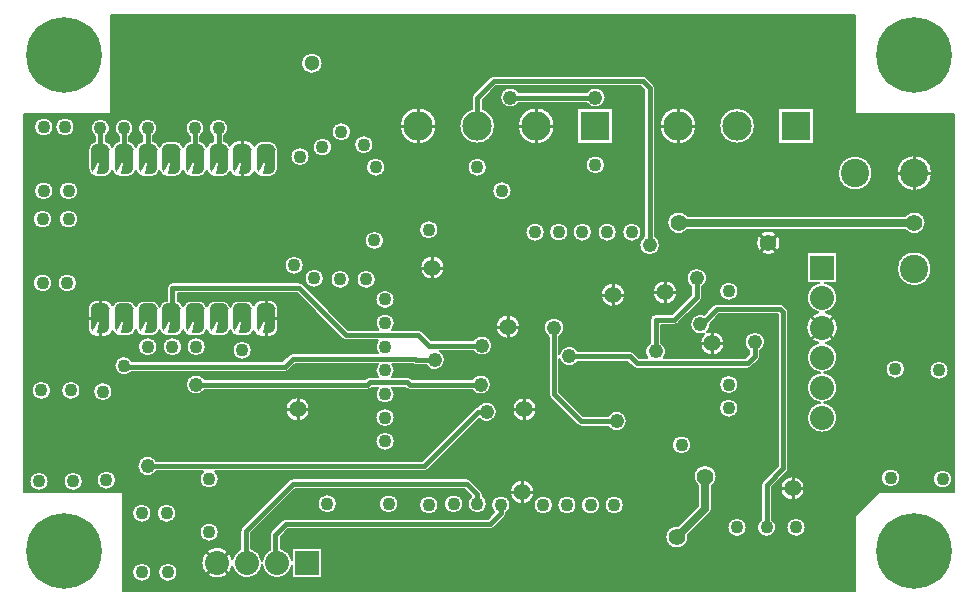
<source format=gbl>
G04 DesignSpark PCB Gerber Version 10.0 Build 5299*
G04 #@! TF.Part,Single*
G04 #@! TF.FileFunction,Copper,L2,Bot*
G04 #@! TF.FilePolarity,Positive*
%FSLAX35Y35*%
%MOIN*%
G04 #@! TA.AperFunction,ComponentPad*
%AMT70*0 Rounded Rectangle Pad at angle 0*4,1,56,-0.00984,-0.04921,0.00984,-0.04921,0.01222,-0.04907,0.01456,-0.04864,0.01682,-0.04793,0.01899,-0.04696,0.02103,-0.04573,0.02290,-0.04426,0.02458,-0.04258,0.02604,-0.04071,0.02727,-0.03868,0.02825,-0.03651,0.02896,-0.03424,0.02939,-0.03190,0.02953,-0.02953,0.02953,0.02953,0.02939,0.03190,0.02896,0.03424,0.02825,0.03651,0.02727,0.03868,0.02604,0.04071,0.02458,0.04258,0.02290,0.04426,0.02103,0.04573,0.01899,0.04696,0.01682,0.04793,0.01456,0.04864,0.01222,0.04907,0.00984,0.04921,-0.00984,0.04921,-0.01222,0.04907,-0.01456,0.04864,-0.01682,0.04793,-0.01899,0.04696,-0.02103,0.04573,-0.02290,0.04426,-0.02458,0.04258,-0.02604,0.04071,-0.02727,0.03868,-0.02825,0.03651,-0.02896,0.03424,-0.02939,0.03190,-0.02953,0.02953,-0.02953,-0.02953,-0.02939,-0.03190,-0.02896,-0.03424,-0.02825,-0.03651,-0.02727,-0.03868,-0.02604,-0.04071,-0.02458,-0.04258,-0.02290,-0.04426,-0.02103,-0.04573,-0.01899,-0.04696,-0.01682,-0.04793,-0.01456,-0.04864,-0.01222,-0.04907,-0.00984,-0.04921,0*%
%ADD70T70*%
%ADD77R,0.09800X0.09800*%
%ADD72R,0.08000X0.08000*%
G04 #@! TD.AperFunction*
%ADD10C,0.00500*%
%ADD13C,0.01000*%
%ADD15C,0.01500*%
%ADD16C,0.02500*%
G04 #@! TA.AperFunction,ComponentPad*
%ADD74C,0.04331*%
G04 #@! TA.AperFunction,ViaPad*
%ADD19C,0.04800*%
G04 #@! TA.AperFunction,ComponentPad*
%ADD76C,0.05118*%
G04 #@! TA.AperFunction,ViaPad*
%ADD18C,0.05600*%
G04 #@! TA.AperFunction,ComponentPad*
%ADD73C,0.08000*%
%ADD79C,0.09449*%
%ADD78C,0.09800*%
%ADD75C,0.25197*%
G04 #@! TD.AperFunction*
X0Y0D02*
D02*
D10*
X312711Y161667D02*
X279778D01*
Y194600D01*
X31746D01*
Y161667D01*
X2750D01*
Y35683D01*
X35683D01*
Y2750D01*
X279778D01*
Y27809D01*
X287652Y35683D01*
X312711D01*
Y161667D01*
X293488Y141982D02*
G75*
G02*
X305437I5974J0D01*
G01*
G75*
G02*
X293488I-5974J0D01*
G01*
X84734Y152665D02*
G75*
G02*
X87311Y150088I0J-2577D01*
G01*
Y143325D01*
G75*
G02*
X84734Y140748I-2577J0D01*
G01*
X81908D01*
G75*
G02*
X79510Y142380I0J2577D01*
G01*
G75*
G02*
X76948Y140535I-2562J857D01*
G01*
X73946D01*
G75*
G02*
X71383Y142380I0J2702D01*
G01*
G75*
G02*
X68986Y140748I-2398J945D01*
G01*
X66160D01*
G75*
G02*
X63636Y142804I0J2577D01*
G01*
G75*
G02*
X61112Y140748I-2524J521D01*
G01*
X58286D01*
G75*
G02*
X55762Y142804I0J2577D01*
G01*
G75*
G02*
X53238Y140748I-2524J521D01*
G01*
X50412D01*
G75*
G02*
X47888Y142804I0J2577D01*
G01*
G75*
G02*
X45364Y140748I-2524J521D01*
G01*
X42538D01*
G75*
G02*
X40014Y142804I0J2577D01*
G01*
G75*
G02*
X37490Y140748I-2524J521D01*
G01*
X34664D01*
G75*
G02*
X32140Y142804I0J2577D01*
G01*
G75*
G02*
X29616Y140748I-2524J521D01*
G01*
X26790D01*
G75*
G02*
X24213Y143325I0J2577D01*
G01*
Y150088D01*
G75*
G02*
X26415Y152638I2577J0D01*
G01*
Y154285D01*
G75*
G02*
X28203Y160146I1787J2657D01*
G01*
G75*
G02*
X29990Y154285I0J-3203D01*
G01*
Y152638D01*
G75*
G02*
X32140Y150609I-374J-2550D01*
G01*
G75*
G02*
X34289Y152638I2524J-521D01*
G01*
Y154285D01*
G75*
G02*
X36077Y160146I1787J2657D01*
G01*
G75*
G02*
X37864Y154285I0J-3203D01*
G01*
Y152638D01*
G75*
G02*
X40014Y150609I-374J-2550D01*
G01*
G75*
G02*
X42163Y152638I2524J-521D01*
G01*
Y154285D01*
G75*
G02*
X43951Y160146I1787J2657D01*
G01*
G75*
G02*
X45738Y154285I0J-3203D01*
G01*
Y152638D01*
G75*
G02*
X47888Y150609I-374J-2550D01*
G01*
G75*
G02*
X50412Y152665I2524J-521D01*
G01*
X53238D01*
G75*
G02*
X55762Y150609I0J-2577D01*
G01*
G75*
G02*
X57911Y152638I2524J-521D01*
G01*
Y154285D01*
G75*
G02*
X59699Y160146I1787J2657D01*
G01*
G75*
G02*
X61486Y154285I0J-3203D01*
G01*
Y152638D01*
G75*
G02*
X63636Y150609I-374J-2550D01*
G01*
G75*
G02*
X65785Y152638I2524J-521D01*
G01*
Y154285D01*
G75*
G02*
X67573Y160146I1787J2657D01*
G01*
G75*
G02*
X69360Y154285I0J-3203D01*
G01*
Y152638D01*
G75*
G02*
X71383Y151033I-375J-2550D01*
G01*
G75*
G02*
X73946Y152878I2562J-857D01*
G01*
X76948D01*
G75*
G02*
X79510Y151033I0J-2702D01*
G01*
G75*
G02*
X81908Y152665I2398J-945D01*
G01*
X84734D01*
X89567Y111274D02*
G75*
G02*
X95972I3203J0D01*
G01*
G75*
G02*
X89567I-3203J0D01*
G01*
X91535Y147494D02*
G75*
G02*
X97941I3203J0D01*
G01*
G75*
G02*
X91535I-3203J0D01*
G01*
X96260Y106943D02*
G75*
G02*
X102665I3203J0D01*
G01*
G75*
G02*
X96260I-3203J0D01*
G01*
X95079Y178596D02*
G75*
G02*
X102272I3596J0D01*
G01*
G75*
G02*
X95079I-3596J0D01*
G01*
X99016Y150644D02*
G75*
G02*
X105421I3203J0D01*
G01*
G75*
G02*
X99016I-3203J0D01*
G01*
X104921Y106549D02*
G75*
G02*
X111327I3203J0D01*
G01*
G75*
G02*
X104921I-3203J0D01*
G01*
X105315Y155762D02*
G75*
G02*
X111720I3203J0D01*
G01*
G75*
G02*
X105315I-3203J0D01*
G01*
X112795Y151431D02*
G75*
G02*
X119201I3203J0D01*
G01*
G75*
G02*
X112795I-3203J0D01*
G01*
X113583Y106549D02*
G75*
G02*
X119988I3203J0D01*
G01*
G75*
G02*
X113583I-3203J0D01*
G01*
X152432Y86289D02*
G75*
G02*
X158806Y84502I2936J-1787D01*
G01*
G75*
G02*
X152432Y82715I-3437J0D01*
G01*
X141406D01*
G75*
G02*
X143057Y79778I-1786J-2937D01*
G01*
G75*
G02*
X136684Y77990I-3437J0D01*
G01*
X133324D01*
G75*
G02*
X132202Y78384I-3J1788D01*
G01*
X125459D01*
G75*
G02*
Y74085I-2374J-2150D01*
G01*
X130565D01*
G75*
G02*
X131831Y73559I0J-1787D01*
G01*
X132093Y73297D01*
X152038D01*
G75*
G02*
X158412Y71510I2936J-1787D01*
G01*
G75*
G02*
X152038Y69722I-3437J0D01*
G01*
X131352D01*
G75*
G02*
X130086Y70248I0J1787D01*
G01*
X129824Y70510D01*
X125459D01*
G75*
G02*
X126287Y68360I-2374J-2150D01*
G01*
G75*
G02*
X119882I-3203J0D01*
G01*
G75*
G02*
X120711Y70510I3203J0D01*
G01*
X118707D01*
X118445Y70248D01*
G75*
G02*
X117179Y69722I-1266J1262D01*
G01*
X63029D01*
G75*
G02*
X56655Y71510I-2936J1787D01*
G01*
G75*
G02*
X63029Y73297I3437J0D01*
G01*
X116439D01*
X116700Y73559D01*
G75*
G02*
X117967Y74085I1266J-1262D01*
G01*
X120711D01*
G75*
G02*
Y78384I2374J2150D01*
G01*
X93117D01*
X90884Y76152D01*
G75*
G02*
X89617Y75628I-1264J1264D01*
G01*
X38422D01*
G75*
G02*
X32874Y77809I-2345J2181D01*
G01*
G75*
G02*
X38960Y79203I3203J0D01*
G01*
X88880D01*
X91112Y81435D01*
G75*
G02*
X92379Y81959I1264J-1264D01*
G01*
X120711D01*
G75*
G02*
Y86258I2374J2150D01*
G01*
X110093D01*
G75*
G02*
X108826Y86783I0J1787D01*
G01*
X93604Y102006D01*
X54006D01*
Y99398D01*
G75*
G02*
X55762Y97459I-768J-2460D01*
G01*
G75*
G02*
X58286Y99516I2524J-521D01*
G01*
X61112D01*
G75*
G02*
X63636Y97459I0J-2577D01*
G01*
G75*
G02*
X66160Y99516I2524J-521D01*
G01*
X68986D01*
G75*
G02*
X71510Y97459I0J-2577D01*
G01*
G75*
G02*
X74034Y99516I2524J-521D01*
G01*
X76860D01*
G75*
G02*
X79257Y97883I0J-2577D01*
G01*
G75*
G02*
X81820Y99728I2562J-857D01*
G01*
X84822D01*
G75*
G02*
X87524Y97027I0J-2702D01*
G01*
Y90087D01*
G75*
G02*
X84822Y87386I-2702J0D01*
G01*
X81820D01*
G75*
G02*
X79257Y89231I0J2702D01*
G01*
G75*
G02*
X76860Y87598I-2398J945D01*
G01*
X74034D01*
G75*
G02*
X71510Y89655I0J2577D01*
G01*
G75*
G02*
X68986Y87598I-2524J521D01*
G01*
X66160D01*
G75*
G02*
X63636Y89655I0J2577D01*
G01*
G75*
G02*
X61112Y87598I-2524J521D01*
G01*
X58286D01*
G75*
G02*
X55762Y89655I0J2577D01*
G01*
G75*
G02*
X53238Y87598I-2524J521D01*
G01*
X50412D01*
G75*
G02*
X47888Y89655I0J2577D01*
G01*
G75*
G02*
X45364Y87598I-2524J521D01*
G01*
X42538D01*
G75*
G02*
X40014Y89655I0J2577D01*
G01*
G75*
G02*
X37490Y87598I-2524J521D01*
G01*
X34664D01*
G75*
G02*
X32266Y89231I0J2577D01*
G01*
G75*
G02*
X29704Y87386I-2562J857D01*
G01*
X26702D01*
G75*
G02*
X24000Y90087I0J2702D01*
G01*
Y97027D01*
G75*
G02*
X26702Y99728I2702J0D01*
G01*
X29704D01*
G75*
G02*
X32266Y97883I0J-2702D01*
G01*
G75*
G02*
X34664Y99516I2398J-945D01*
G01*
X37490D01*
G75*
G02*
X40014Y97459I0J-2577D01*
G01*
G75*
G02*
X42538Y99516I2524J-521D01*
G01*
X45364D01*
G75*
G02*
X47888Y97459I0J-2577D01*
G01*
G75*
G02*
X50412Y99516I2524J-521D01*
G01*
X50431D01*
Y103793D01*
G75*
G02*
X52219Y105581I1787J0D01*
G01*
X94344D01*
G75*
G02*
X95611Y105055I0J-1787D01*
G01*
X110833Y89833D01*
X120711D01*
G75*
G02*
X119882Y91982I2374J2150D01*
G01*
G75*
G02*
X126287I3203J0D01*
G01*
G75*
G02*
X125459Y89833I-3203J0D01*
G01*
X134105D01*
G75*
G02*
X135372Y89309I3J-1787D01*
G01*
X138392Y86289D01*
X152432D01*
X119882Y52612D02*
G75*
G02*
X126287I3203J0D01*
G01*
G75*
G02*
X119882I-3203J0D01*
G01*
Y60486D02*
G75*
G02*
X126287I3203J0D01*
G01*
G75*
G02*
X119882I-3203J0D01*
G01*
X89901Y63242D02*
G75*
G02*
X98001I4050J0D01*
G01*
G75*
G02*
X89901I-4050J0D01*
G01*
X38780Y8911D02*
G75*
G02*
X45185I3203J0D01*
G01*
G75*
G02*
X38780I-3203J0D01*
G01*
Y28596D02*
G75*
G02*
X45185I3203J0D01*
G01*
G75*
G02*
X38780I-3203J0D01*
G01*
X154001Y64232D02*
G75*
G02*
X160380Y62455I2942J-1778D01*
G01*
G75*
G02*
X154401Y60141I-3437J0D01*
G01*
X137343Y43083D01*
G75*
G02*
X136077Y42557I-1266J1262D01*
G01*
X66370D01*
G75*
G02*
X67626Y40014I-1946J-2543D01*
G01*
G75*
G02*
X61220I-3203J0D01*
G01*
G75*
G02*
X62477Y42557I3203J0D01*
G01*
X46887D01*
G75*
G02*
X40513Y44344I-2936J1787D01*
G01*
G75*
G02*
X46887Y46132I3437J0D01*
G01*
X135336D01*
X152921Y63717D01*
G75*
G02*
X154001Y64232I1266J-1262D01*
G01*
X158465Y31352D02*
G75*
G02*
X164870I3203J0D01*
G01*
G75*
G02*
X163455Y28695I-3203J0D01*
G01*
Y28600D01*
G75*
G02*
Y28597I-651J-1D01*
G01*
G75*
G02*
Y28596I-663J0D01*
G01*
G75*
G02*
X162931Y27333I-1787J0D01*
G01*
X159388Y23789D01*
G75*
G02*
X158121Y23266I-1264J1264D01*
G01*
X90754D01*
X88258Y20769D01*
Y16964D01*
G75*
G02*
X92063Y12926I-1157J-4903D01*
G01*
Y17098D01*
X102138D01*
Y7024D01*
X92063D01*
Y11196D01*
G75*
G02*
X82100Y11448I-4963J865D01*
G01*
G75*
G02*
X72210Y10854I-5000J613D01*
G01*
G75*
G02*
X61850Y12061I-5109J1207D01*
G01*
G75*
G02*
X72210Y13268I5250J0D01*
G01*
G75*
G02*
X74841Y16563I4891J-1207D01*
G01*
Y22691D01*
G75*
G02*
X75366Y23957I1787J0D01*
G01*
X91110Y39701D01*
G75*
G02*
X92376Y40226I1266J-1262D01*
G01*
X150247D01*
G75*
G02*
X151514Y39703I3J-1787D01*
G01*
X155057Y36159D01*
G75*
G02*
X155581Y34896I-1264J-1264D01*
G01*
G75*
G02*
Y34895I-635J0D01*
G01*
G75*
G02*
Y34893I-641J-1D01*
G01*
Y34404D01*
G75*
G02*
X156996Y31746I-1787J-2657D01*
G01*
G75*
G02*
X150591I-3203J0D01*
G01*
G75*
G02*
X151861Y34300I3203J0D01*
G01*
X149509Y36652D01*
X93117D01*
X78415Y21950D01*
Y16924D01*
G75*
G02*
X82100Y12674I-1315J-4863D01*
G01*
G75*
G02*
X84683Y16480I5000J-613D01*
G01*
Y21507D01*
G75*
G02*
Y21509I651J1D01*
G01*
G75*
G02*
Y21510I663J0D01*
G01*
G75*
G02*
X85207Y22774I1787J0D01*
G01*
X88750Y26317D01*
G75*
G02*
X90017Y26841I1264J-1264D01*
G01*
X157383D01*
X159520Y28976D01*
G75*
G02*
X158465Y31352I2148J2376D01*
G01*
X100591Y31746D02*
G75*
G02*
X106996I3203J0D01*
G01*
G75*
G02*
X100591I-3203J0D01*
G01*
X121063D02*
G75*
G02*
X127469I3203J0D01*
G01*
G75*
G02*
X121063I-3203J0D01*
G01*
X134449Y31352D02*
G75*
G02*
X140854I3203J0D01*
G01*
G75*
G02*
X134449I-3203J0D01*
G01*
X142717Y31746D02*
G75*
G02*
X149122I3203J0D01*
G01*
G75*
G02*
X142717I-3203J0D01*
G01*
X47047Y28596D02*
G75*
G02*
X53453I3203J0D01*
G01*
G75*
G02*
X47047I-3203J0D01*
G01*
X47441Y8911D02*
G75*
G02*
X53846I3203J0D01*
G01*
G75*
G02*
X47441I-3203J0D01*
G01*
X61220Y22297D02*
G75*
G02*
X67626I3203J0D01*
G01*
G75*
G02*
X61220I-3203J0D01*
G01*
X72244Y82927D02*
G75*
G02*
X78650I3203J0D01*
G01*
G75*
G02*
X72244I-3203J0D01*
G01*
X56890Y84108D02*
G75*
G02*
X63295I3203J0D01*
G01*
G75*
G02*
X56890I-3203J0D01*
G01*
X49016D02*
G75*
G02*
X55421I3203J0D01*
G01*
G75*
G02*
X49016I-3203J0D01*
G01*
X40748D02*
G75*
G02*
X47154I3203J0D01*
G01*
G75*
G02*
X40748I-3203J0D01*
G01*
X25787Y69148D02*
G75*
G02*
X32193I3203J0D01*
G01*
G75*
G02*
X25787I-3203J0D01*
G01*
X26969Y39620D02*
G75*
G02*
X33374I3203J0D01*
G01*
G75*
G02*
X26969I-3203J0D01*
G01*
X119882Y99856D02*
G75*
G02*
X126287I3203J0D01*
G01*
G75*
G02*
X119882I-3203J0D01*
G01*
X116339Y119541D02*
G75*
G02*
X122744I3203J0D01*
G01*
G75*
G02*
X116339I-3203J0D01*
G01*
X116732Y143951D02*
G75*
G02*
X123138I3203J0D01*
G01*
G75*
G02*
X116732I-3203J0D01*
G01*
X127958Y157730D02*
G75*
G02*
X140258I6150J0D01*
G01*
G75*
G02*
X127958I-6150J0D01*
G01*
X134449Y123085D02*
G75*
G02*
X140854I3203J0D01*
G01*
G75*
G02*
X134449I-3203J0D01*
G01*
X134783Y110486D02*
G75*
G02*
X142883I4050J0D01*
G01*
G75*
G02*
X134783I-4050J0D01*
G01*
X213061Y120903D02*
G75*
G02*
X214711Y117967I-1787J-2936D01*
G01*
G75*
G02*
X207836I-3437J0D01*
G01*
G75*
G02*
X209486Y120903I3437J0D01*
G01*
Y169588D01*
X208171Y170904D01*
X160046D01*
X155581Y166439D01*
Y163392D01*
G75*
G02*
X159731Y157730I-1787J-5662D01*
G01*
G75*
G02*
X147856I-5937J0D01*
G01*
G75*
G02*
X152006Y163392I5937J0D01*
G01*
Y167179D01*
G75*
G02*
X152531Y168445I1787J0D01*
G01*
X158039Y173953D01*
G75*
G02*
X159305Y174478I1266J-1262D01*
G01*
X208908D01*
G75*
G02*
X210175Y173955I3J-1787D01*
G01*
X212537Y171593D01*
G75*
G02*
X213061Y170329I-1264J-1264D01*
G01*
G75*
G02*
Y170328I-635J0D01*
G01*
G75*
G02*
Y170326I-641J-1D01*
G01*
Y120903D01*
X242876Y85683D02*
G75*
G02*
X249750I3437J0D01*
G01*
G75*
G02*
X248100Y82747I-3437J0D01*
G01*
Y80962D01*
G75*
G02*
Y80959I-651J-1D01*
G01*
G75*
G02*
X247577Y79695I-1787J-1D01*
G01*
X245215Y77333D01*
G75*
G02*
X243948Y76809I-1264J1264D01*
G01*
X206946D01*
G75*
G02*
X205679Y77333I-3J1787D01*
G01*
X203840Y79171D01*
X187438D01*
G75*
G02*
X181171Y80109I-2936J1787D01*
G01*
Y69101D01*
X189180Y61093D01*
X197314D01*
G75*
G02*
X203687Y59305I2936J-1787D01*
G01*
G75*
G02*
X197314Y57518I-3437J0D01*
G01*
X188439D01*
G75*
G02*
X187173Y58043I0J1787D01*
G01*
X178122Y67094D01*
G75*
G02*
X177596Y68360I1262J1266D01*
G01*
Y87471D01*
G75*
G02*
X175946Y90407I1787J2936D01*
G01*
G75*
G02*
X182821I3437J0D01*
G01*
G75*
G02*
X181171Y87471I-3437J0D01*
G01*
Y81808D01*
G75*
G02*
X187438Y82746I3331J-850D01*
G01*
X204578D01*
G75*
G02*
X205844Y82222I3J-1787D01*
G01*
X207683Y80384D01*
X210560D01*
G75*
G02*
X211455Y85470I2682J2150D01*
G01*
Y93163D01*
G75*
G02*
X213242Y94951I1787J0D01*
G01*
X218801D01*
X225234Y101384D01*
Y104007D01*
G75*
G02*
X223584Y106943I1787J2936D01*
G01*
G75*
G02*
X230459I3437J0D01*
G01*
G75*
G02*
X228809Y104007I-3437J0D01*
G01*
Y100644D01*
G75*
G02*
X228283Y99378I-1787J0D01*
G01*
X220807Y91902D01*
G75*
G02*
X219541Y91376I-1266J1262D01*
G01*
X215030D01*
Y85470D01*
G75*
G02*
X215924Y80384I-1787J-2936D01*
G01*
X243210D01*
X244526Y81699D01*
Y82747D01*
G75*
G02*
X242876Y85683I1787J2936D01*
G01*
X257549Y95526D02*
G75*
G02*
Y95525I-635J0D01*
G01*
G75*
G02*
Y95522I-641J-1D01*
G01*
Y43557D01*
G75*
G02*
X257024Y42291I-1787J0D01*
G01*
X252037Y37305D01*
Y26530D01*
G75*
G02*
X250250Y20669I-1787J-2657D01*
G01*
G75*
G02*
X248463Y26530I0J3203D01*
G01*
Y38045D01*
G75*
G02*
X248988Y39311I1787J0D01*
G01*
X253974Y44298D01*
Y94785D01*
X253840Y94919D01*
X234455D01*
X231606Y92070D01*
G75*
G02*
X230404Y88949I-3404J-482D01*
G01*
G75*
G02*
X236190Y85289I1735J-3659D01*
G01*
G75*
G02*
X228090I-4050J0D01*
G01*
G75*
G02*
X229611Y88453I4050J0D01*
G01*
G75*
G02*
X224765Y91589I-1408J3136D01*
G01*
G75*
G02*
X229320Y94839I3437J0D01*
G01*
X232448Y97969D01*
G75*
G02*
X233715Y98494I1266J-1262D01*
G01*
X254578D01*
G75*
G02*
X255844Y97970I3J-1787D01*
G01*
X257026Y96789D01*
G75*
G02*
X257549Y95526I-1264J-1264D01*
G01*
X254861Y36864D02*
G75*
G02*
X262961I4050J0D01*
G01*
G75*
G02*
X254861I-4050J0D01*
G01*
X256890Y23872D02*
G75*
G02*
X263295I3203J0D01*
G01*
G75*
G02*
X256890I-3203J0D01*
G01*
X225940Y40801D02*
G75*
G02*
X233615I3837J0D01*
G01*
G75*
G02*
X232065Y37720I-3837J0D01*
G01*
Y30171D01*
G75*
G02*
X231394Y28553I-2287J0D01*
G01*
X224125Y21284D01*
G75*
G02*
X224166Y20722I-3797J-562D01*
G01*
G75*
G02*
X216491I-3837J0D01*
G01*
G75*
G02*
X220890Y24519I3837J0D01*
G01*
X227490Y31119D01*
Y37720D01*
G75*
G02*
X225940Y40801I2287J3081D01*
G01*
X218701Y51431D02*
G75*
G02*
X225106I3203J0D01*
G01*
G75*
G02*
X218701I-3203J0D01*
G01*
X234449Y63636D02*
G75*
G02*
X240854I3203J0D01*
G01*
G75*
G02*
X234449I-3203J0D01*
G01*
X237205Y23872D02*
G75*
G02*
X243610I3203J0D01*
G01*
G75*
G02*
X237205I-3203J0D01*
G01*
X234449Y71510D02*
G75*
G02*
X240854I3203J0D01*
G01*
G75*
G02*
X234449I-3203J0D01*
G01*
X196260Y31352D02*
G75*
G02*
X202665I3203J0D01*
G01*
G75*
G02*
X196260I-3203J0D01*
G01*
X188386D02*
G75*
G02*
X194791I3203J0D01*
G01*
G75*
G02*
X188386I-3203J0D01*
G01*
X180512D02*
G75*
G02*
X186917I3203J0D01*
G01*
G75*
G02*
X180512I-3203J0D01*
G01*
X212342Y102219D02*
G75*
G02*
X220442I4050J0D01*
G01*
G75*
G02*
X212342I-4050J0D01*
G01*
X190227Y168967D02*
G75*
G02*
X196601Y167179I2936J-1787D01*
G01*
G75*
G02*
X190227Y165392I-3437J0D01*
G01*
X167753D01*
G75*
G02*
X161380Y167179I-2936J1787D01*
G01*
G75*
G02*
X167753Y168967I3437J0D01*
G01*
X190227D01*
X185630Y122297D02*
G75*
G02*
X192035I3203J0D01*
G01*
G75*
G02*
X185630I-3203J0D01*
G01*
X187226Y163667D02*
X199100D01*
Y151793D01*
X187226D01*
Y163667D01*
X189961Y144738D02*
G75*
G02*
X196366I3203J0D01*
G01*
G75*
G02*
X189961I-3203J0D01*
G01*
X193898Y122297D02*
G75*
G02*
X200303I3203J0D01*
G01*
G75*
G02*
X193898I-3203J0D01*
G01*
X195019Y101431D02*
G75*
G02*
X203119I4050J0D01*
G01*
G75*
G02*
X195019I-4050J0D01*
G01*
X167328Y157730D02*
G75*
G02*
X179628I6150J0D01*
G01*
G75*
G02*
X167328I-6150J0D01*
G01*
X169882Y122297D02*
G75*
G02*
X176287I3203J0D01*
G01*
G75*
G02*
X169882I-3203J0D01*
G01*
X177756D02*
G75*
G02*
X184161I3203J0D01*
G01*
G75*
G02*
X177756I-3203J0D01*
G01*
X202165D02*
G75*
G02*
X208571I3203J0D01*
G01*
G75*
G02*
X202165I-3203J0D01*
G01*
X150591Y143951D02*
G75*
G02*
X156996I3203J0D01*
G01*
G75*
G02*
X150591I-3203J0D01*
G01*
X158858Y136077D02*
G75*
G02*
X165264I3203J0D01*
G01*
G75*
G02*
X158858I-3203J0D01*
G01*
X159980Y90801D02*
G75*
G02*
X168080I4050J0D01*
G01*
G75*
G02*
X159980I-4050J0D01*
G01*
X164704Y35683D02*
G75*
G02*
X172804I4050J0D01*
G01*
G75*
G02*
X164704I-4050J0D01*
G01*
X172638Y31352D02*
G75*
G02*
X179043I3203J0D01*
G01*
G75*
G02*
X172638I-3203J0D01*
G01*
X165491Y63242D02*
G75*
G02*
X173591I4050J0D01*
G01*
G75*
G02*
X165491I-4050J0D01*
G01*
X214572Y157730D02*
G75*
G02*
X226872I6150J0D01*
G01*
G75*
G02*
X214572I-6150J0D01*
G01*
X296381Y127734D02*
G75*
G02*
X303300Y125447I3081J-2287D01*
G01*
G75*
G02*
X296381Y123159I-3837J0D01*
G01*
X224000D01*
G75*
G02*
X217082Y125447I-3081J2287D01*
G01*
G75*
G02*
X224000Y127734I3837J0D01*
G01*
X296381D01*
X234449Y102612D02*
G75*
G02*
X240854I3203J0D01*
G01*
G75*
G02*
X234449I-3203J0D01*
G01*
X246791Y118754D02*
G75*
G02*
X254891I4050J0D01*
G01*
G75*
G02*
X246791I-4050J0D01*
G01*
X269961Y95596D02*
G75*
G02*
Y85377I-1207J-5109D01*
G01*
G75*
G02*
X269367Y75486I-1207J-4891D01*
G01*
G75*
G02*
Y65486I-613J-5000D01*
G01*
G75*
G02*
X273791Y60486I-613J-5000D01*
G01*
G75*
G02*
X263717I-5037J0D01*
G01*
G75*
G02*
X268141Y65486I5037J0D01*
G01*
G75*
G02*
Y75486I613J5000D01*
G01*
G75*
G02*
X267547Y85377I613J5000D01*
G01*
G75*
G02*
Y95596I1207J5109D01*
G01*
G75*
G02*
X267889Y105449I1207J4891D01*
G01*
X263717D01*
Y115524D01*
X273791D01*
Y105449D01*
X269619D01*
G75*
G02*
X269961Y95596I-865J-4963D01*
G01*
X288386Y40407D02*
G75*
G02*
X294791I3203J0D01*
G01*
G75*
G02*
X288386I-3203J0D01*
G01*
X289961Y76628D02*
G75*
G02*
X296366I3203J0D01*
G01*
G75*
G02*
X289961I-3203J0D01*
G01*
X293701Y110093D02*
G75*
G02*
X305224I5762J0D01*
G01*
G75*
G02*
X293701I-5762J0D01*
G01*
X304528Y76234D02*
G75*
G02*
X310933I3203J0D01*
G01*
G75*
G02*
X304528I-3203J0D01*
G01*
X305709Y40014D02*
G75*
G02*
X312114I3203J0D01*
G01*
G75*
G02*
X305709I-3203J0D01*
G01*
X234470Y157730D02*
G75*
G02*
X246345I5937J0D01*
G01*
G75*
G02*
X234470I-5937J0D01*
G01*
X254156Y163667D02*
X266030D01*
Y151793D01*
X254156D01*
Y163667D01*
X274016Y141982D02*
G75*
G02*
X285539I5762J0D01*
G01*
G75*
G02*
X274016I-5762J0D01*
G01*
X4528Y39226D02*
G75*
G02*
X10933I3203J0D01*
G01*
G75*
G02*
X4528I-3203J0D01*
G01*
X5315Y69541D02*
G75*
G02*
X11720I3203J0D01*
G01*
G75*
G02*
X5315I-3203J0D01*
G01*
X5709Y105368D02*
G75*
G02*
X12114I3203J0D01*
G01*
G75*
G02*
X5709I-3203J0D01*
G01*
Y126628D02*
G75*
G02*
X12114I3203J0D01*
G01*
G75*
G02*
X5709I-3203J0D01*
G01*
X6102Y136077D02*
G75*
G02*
X12508I3203J0D01*
G01*
G75*
G02*
X6102I-3203J0D01*
G01*
Y157337D02*
G75*
G02*
X12508I3203J0D01*
G01*
G75*
G02*
X6102I-3203J0D01*
G01*
X13189D02*
G75*
G02*
X19594I3203J0D01*
G01*
G75*
G02*
X13189I-3203J0D01*
G01*
X13976Y105368D02*
G75*
G02*
X20382I3203J0D01*
G01*
G75*
G02*
X13976I-3203J0D01*
G01*
X15157Y69541D02*
G75*
G02*
X21563I3203J0D01*
G01*
G75*
G02*
X15157I-3203J0D01*
G01*
X15945Y39226D02*
G75*
G02*
X22350I3203J0D01*
G01*
G75*
G02*
X15945I-3203J0D01*
G01*
X14370Y126628D02*
G75*
G02*
X20776I3203J0D01*
G01*
G75*
G02*
X14370I-3203J0D01*
G01*
Y136077D02*
G75*
G02*
X20776I3203J0D01*
G01*
G75*
G02*
X14370I-3203J0D01*
G01*
X35683Y8911D02*
G36*
X35683Y8911D02*
Y3000D01*
X279778D01*
Y8911D01*
X102138D01*
Y7024D01*
X92063D01*
Y8911D01*
X91032D01*
G75*
G02*
X83169I-3931J3150D01*
G01*
X81032D01*
G75*
G02*
X73169I-3931J3150D01*
G01*
X71301D01*
G75*
G02*
X62900I-4200J3149D01*
G01*
X53846D01*
G75*
G02*
X47441I-3203J0D01*
G01*
X45185D01*
G75*
G02*
X38780I-3203J0D01*
G01*
X35683D01*
G37*
Y22297D02*
G36*
X35683Y22297D02*
Y8911D01*
X38780D01*
G75*
G02*
X45185I3203J0D01*
G01*
X47441D01*
G75*
G02*
X53846I3203J0D01*
G01*
X62900D01*
G75*
G02*
X61850Y12061I4200J3150D01*
G01*
Y12061D01*
Y12061D01*
G75*
G02*
X72210Y13268I5250J0D01*
G01*
G75*
G02*
X74841Y16563I4891J-1207D01*
G01*
Y22297D01*
X67626D01*
G75*
G02*
X61220I-3203J0D01*
G01*
X35683D01*
G37*
X72210Y10854D02*
G36*
X72210Y10854D02*
G75*
G02*
X71301Y8911I-5109J1207D01*
G01*
X73169D01*
G75*
G02*
X72210Y10854I3931J3150D01*
G01*
G37*
X78415Y21950D02*
G36*
X78415Y21950D02*
Y16924D01*
G75*
G02*
X82100Y12674I-1315J-4863D01*
G01*
G75*
G02*
X84683Y16480I5000J-613D01*
G01*
Y21507D01*
Y21509D01*
Y21510D01*
G75*
G02*
X84866Y22297I1789J-1D01*
G01*
X78762D01*
X78415Y21950D01*
G37*
X82100Y11448D02*
G36*
X82100Y11448D02*
G75*
G02*
X81032Y8911I-5000J612D01*
G01*
X83169D01*
G75*
G02*
X82100Y11448I3931J3149D01*
G01*
G37*
X88258Y20769D02*
G36*
X88258Y20769D02*
Y16964D01*
G75*
G02*
X92063Y12926I-1157J-4902D01*
G01*
Y17098D01*
X102138D01*
Y8911D01*
X279778D01*
Y22297D01*
X262881D01*
G75*
G02*
X257304I-2789J1575D01*
G01*
X253039D01*
G75*
G02*
X250250Y20669I-2789J1575D01*
G01*
G75*
G02*
X247461Y22297I0J3203D01*
G01*
X243196D01*
G75*
G02*
X237619I-2789J1575D01*
G01*
X225138D01*
X224125Y21284D01*
G75*
G02*
X224166Y20726I-3750J-558D01*
G01*
G75*
G02*
Y20722I-3923J-2D01*
G01*
G75*
G02*
X216491I-3837J0D01*
G01*
G75*
G02*
X216830Y22297I3838J0D01*
G01*
X89786D01*
X88258Y20769D01*
G37*
X91032Y8911D02*
G36*
X91032Y8911D02*
X92063D01*
Y11196D01*
G75*
G02*
X91032Y8911I-4963J865D01*
G01*
G37*
X35683Y28596D02*
G36*
X35683Y28596D02*
Y22297D01*
X61220D01*
G75*
G02*
X67626I3203J0D01*
G01*
X74841D01*
Y22691D01*
G75*
G02*
X75366Y23957I1788J0D01*
G01*
X80006Y28596D01*
X53453D01*
G75*
G02*
X47047I-3203J0D01*
G01*
X45185D01*
G75*
G02*
X38780I-3203J0D01*
G01*
X35683D01*
G37*
X78762Y22297D02*
G36*
X78762Y22297D02*
X84866D01*
G75*
G02*
X85207Y22774I1606J-788D01*
G01*
X88750Y26317D01*
G75*
G02*
X90017Y26841I1263J-1262D01*
G01*
X157383D01*
X159140Y28596D01*
X154374D01*
G75*
G02*
X153212I-581J3150D01*
G01*
X146500D01*
G75*
G02*
X145338I-581J3150D01*
G01*
X139283D01*
G75*
G02*
X136020I-1632J2756D01*
G01*
X124847D01*
G75*
G02*
X123685I-581J3150D01*
G01*
X104374D01*
G75*
G02*
X103212I-581J3150D01*
G01*
X85061D01*
X78762Y22297D01*
G37*
X90754Y23266D02*
G36*
X90754Y23266D02*
X89786Y22297D01*
X216830D01*
G75*
G02*
X220890Y24519I3499J-1575D01*
G01*
X224968Y28596D01*
X201094D01*
G75*
G02*
X197831I-1632J2756D01*
G01*
X193220D01*
G75*
G02*
X189957I-1632J2756D01*
G01*
X185346D01*
G75*
G02*
X182083I-1632J2756D01*
G01*
X177472D01*
G75*
G02*
X174209I-1632J2756D01*
G01*
X163455D01*
G75*
G02*
X162931Y27333I-1789J1D01*
G01*
X159388Y23789D01*
G75*
G02*
X158121Y23266I-1263J1262D01*
G01*
X90754D01*
G37*
X231394Y28553D02*
G36*
X231394Y28553D02*
X225138Y22297D01*
X237619D01*
G75*
G02*
X237205Y23872I2789J1574D01*
G01*
G75*
G02*
X243610I3203J0D01*
G01*
G75*
G02*
X243196Y22297I-3203J0D01*
G01*
X247461D01*
G75*
G02*
X247047Y23872I2789J1575D01*
G01*
G75*
G02*
X248463Y26530I3203J0D01*
G01*
Y28596D01*
X231436D01*
G75*
G02*
X231394Y28553I-1659J1571D01*
G01*
G37*
X252037Y28596D02*
G36*
X252037Y28596D02*
Y26530D01*
G75*
G02*
X253453Y23872I-1787J-2657D01*
G01*
G75*
G02*
X253039Y22297I-3203J0D01*
G01*
X257304D01*
G75*
G02*
X256890Y23872I2789J1574D01*
G01*
G75*
G02*
X263295I3203J0D01*
G01*
G75*
G02*
X262881Y22297I-3203J0D01*
G01*
X279778D01*
Y27809D01*
X280565Y28596D01*
X252037D01*
G37*
X35683Y31746D02*
G36*
X35683Y31746D02*
Y28596D01*
X38780D01*
G75*
G02*
X41401Y31746I3203J0D01*
G01*
X35683D01*
G37*
X42563D02*
G36*
X42563Y31746D02*
G75*
G02*
X45185Y28596I-581J-3150D01*
G01*
X47047D01*
G75*
G02*
X49669Y31746I3203J0D01*
G01*
X42563D01*
G37*
X50831D02*
G36*
X50831Y31746D02*
G75*
G02*
X53453Y28596I-581J-3150D01*
G01*
X80006D01*
X83155Y31746D01*
X50831D01*
G37*
X88211D02*
G36*
X88211Y31746D02*
X85061Y28596D01*
X103212D01*
G75*
G02*
X100591Y31746I581J3150D01*
G01*
X88211D01*
G37*
X106996D02*
G36*
X106996Y31746D02*
G75*
G02*
X104374Y28596I-3203J0D01*
G01*
X123685D01*
G75*
G02*
X121063Y31746I581J3150D01*
G01*
X106996D01*
G37*
X127469D02*
G36*
X127469Y31746D02*
G75*
G02*
X124847Y28596I-3203J0D01*
G01*
X136020D01*
G75*
G02*
X134449Y31352I1632J2756D01*
G01*
G75*
G02*
X134473Y31746I3203J-1D01*
G01*
X127469D01*
G37*
X140854Y31352D02*
G36*
X140854Y31352D02*
G75*
G02*
X139283Y28596I-3203J0D01*
G01*
X145338D01*
G75*
G02*
X142717Y31746I581J3150D01*
G01*
X140830D01*
G75*
G02*
X140854Y31352I-3179J-395D01*
G01*
G37*
X149122Y31746D02*
G36*
X149122Y31746D02*
G75*
G02*
X146500Y28596I-3203J0D01*
G01*
X153212D01*
G75*
G02*
X150591Y31746I581J3150D01*
G01*
X149122D01*
G37*
X156996D02*
G36*
X156996Y31746D02*
G75*
G02*
X154374Y28596I-3203J0D01*
G01*
X159140D01*
X159520Y28976D01*
G75*
G02*
X158465Y31352I2147J2376D01*
G01*
Y31352D01*
G75*
G02*
X158489Y31746I3203J-1D01*
G01*
X156996D01*
G37*
X163455Y28597D02*
G36*
X163455Y28597D02*
Y28596D01*
X174209D01*
G75*
G02*
X172638Y31352I1632J2756D01*
G01*
G75*
G02*
X172662Y31746I3203J-1D01*
G01*
X169704D01*
G75*
G02*
X167804I-950J3937D01*
G01*
X164846D01*
G75*
G02*
X164870Y31352I-3179J-395D01*
G01*
G75*
G02*
X163455Y28695I-3203J0D01*
G01*
Y28600D01*
Y28597D01*
G37*
X179043Y31352D02*
G36*
X179043Y31352D02*
G75*
G02*
X177472Y28596I-3203J0D01*
G01*
X182083D01*
G75*
G02*
X180512Y31352I1632J2756D01*
G01*
G75*
G02*
X180536Y31746I3203J-1D01*
G01*
X179019D01*
G75*
G02*
X179043Y31352I-3179J-395D01*
G01*
G37*
X186917D02*
G36*
X186917Y31352D02*
G75*
G02*
X185346Y28596I-3203J0D01*
G01*
X189957D01*
G75*
G02*
X188386Y31352I1632J2756D01*
G01*
G75*
G02*
X188410Y31746I3203J-1D01*
G01*
X186893D01*
G75*
G02*
X186917Y31352I-3179J-395D01*
G01*
G37*
X194791D02*
G36*
X194791Y31352D02*
G75*
G02*
X193220Y28596I-3203J0D01*
G01*
X197831D01*
G75*
G02*
X196260Y31352I1632J2756D01*
G01*
G75*
G02*
X196284Y31746I3203J-1D01*
G01*
X194767D01*
G75*
G02*
X194791Y31352I-3179J-395D01*
G01*
G37*
X202665D02*
G36*
X202665Y31352D02*
G75*
G02*
X201094Y28596I-3203J0D01*
G01*
X224968D01*
X227490Y31119D01*
Y31746D01*
X202641D01*
G75*
G02*
X202665Y31352I-3179J-395D01*
G01*
G37*
X232065Y31746D02*
G36*
X232065Y31746D02*
Y30171D01*
G75*
G02*
X231436Y28596I-2287J0D01*
G01*
X248463D01*
Y31746D01*
X232065D01*
G37*
X252037D02*
G36*
X252037Y31746D02*
Y28596D01*
X280565D01*
X283715Y31746D01*
X252037D01*
G37*
X35683Y35683D02*
G36*
X35683Y35683D02*
Y31746D01*
X41401D01*
G75*
G02*
X42563I581J-3150D01*
G01*
X49669D01*
G75*
G02*
X50831I581J-3150D01*
G01*
X83155D01*
X87092Y35683D01*
X35683D01*
G37*
X92148D02*
G36*
X92148Y35683D02*
X88211Y31746D01*
X100591D01*
G75*
G02*
X106996I3203J0D01*
G01*
X121063D01*
G75*
G02*
X127469I3203J0D01*
G01*
X134473D01*
G75*
G02*
X140830I3178J-394D01*
G01*
X142717D01*
G75*
G02*
X149122I3203J0D01*
G01*
X150591D01*
Y31746D01*
G75*
G02*
X151861Y34300I3202J0D01*
G01*
X150478Y35683D01*
X92148D01*
G37*
X155581Y34893D02*
G36*
X155581Y34893D02*
Y34404D01*
G75*
G02*
X156996Y31746I-1787J-2657D01*
G01*
X158489D01*
G75*
G02*
X164846I3178J-394D01*
G01*
X167804D01*
G75*
G02*
X164704Y35683I950J3937D01*
G01*
X155398D01*
G75*
G02*
X155581Y34896I-1606J-788D01*
G01*
Y34895D01*
Y34893D01*
G37*
X169704Y31746D02*
G36*
X169704Y31746D02*
X172662D01*
G75*
G02*
X179019I3178J-394D01*
G01*
X180536D01*
G75*
G02*
X186893I3178J-394D01*
G01*
X188410D01*
G75*
G02*
X194767I3178J-394D01*
G01*
X196284D01*
G75*
G02*
X202641I3178J-394D01*
G01*
X227490D01*
Y35683D01*
X172804D01*
G75*
G02*
X169704Y31746I-4050J0D01*
G01*
G37*
X232065Y35683D02*
G36*
X232065Y35683D02*
Y31746D01*
X248463D01*
Y35683D01*
X232065D01*
G37*
X252037D02*
G36*
X252037Y35683D02*
Y31746D01*
X283715D01*
X287652Y35683D01*
X262785D01*
G75*
G02*
X255037I-3874J1181D01*
G01*
X252037D01*
G37*
X3000Y39620D02*
G36*
X3000Y39620D02*
Y35683D01*
X35683D01*
X87092D01*
X91029Y39620D01*
X67602D01*
G75*
G02*
X61245I-3178J394D01*
G01*
X33374D01*
G75*
G02*
X26969I-3203J0D01*
G01*
X22326D01*
G75*
G02*
X22350Y39226I-3179J-395D01*
G01*
G75*
G02*
X15945I-3203J0D01*
G01*
G75*
G02*
X15969Y39620I3203J-1D01*
G01*
X10909D01*
G75*
G02*
X10933Y39226I-3179J-395D01*
G01*
G75*
G02*
X4528I-3203J0D01*
G01*
G75*
G02*
X4552Y39620I3203J-1D01*
G01*
X3000D01*
G37*
X93117Y36652D02*
G36*
X93117Y36652D02*
X92148Y35683D01*
X150478D01*
X149509Y36652D01*
X93117D01*
G37*
X151596Y39620D02*
G36*
X151596Y39620D02*
X155057Y36159D01*
G75*
G02*
X155398Y35683I-1265J-1265D01*
G01*
X164704D01*
G75*
G02*
X167804Y39620I4050J0D01*
G01*
X151596D01*
G37*
X169704D02*
G36*
X169704Y39620D02*
G75*
G02*
X172804Y35683I-950J-3937D01*
G01*
X227490D01*
Y37720D01*
G75*
G02*
X226127Y39620I2289J3081D01*
G01*
X169704D01*
G37*
X232065Y37720D02*
G36*
X232065Y37720D02*
Y35683D01*
X248463D01*
Y38045D01*
G75*
G02*
X248988Y39311I1788J0D01*
G01*
X249297Y39620D01*
X233428D01*
G75*
G02*
X232065Y37720I-3652J1181D01*
G01*
G37*
X252037Y37305D02*
G36*
X252037Y37305D02*
Y35683D01*
X255037D01*
G75*
G02*
X254861Y36864I3874J1181D01*
G01*
G75*
G02*
X255944Y39620I4050J0D01*
G01*
X254353D01*
X252037Y37305D01*
G37*
X262961Y36864D02*
G36*
X262961Y36864D02*
G75*
G02*
X262785Y35683I-4050J0D01*
G01*
X287652D01*
X312461D01*
Y39620D01*
X312090D01*
G75*
G02*
X305733I-3178J394D01*
G01*
X294693D01*
G75*
G02*
X288484I-3104J787D01*
G01*
X261879D01*
G75*
G02*
X262961Y36864I-2968J-2756D01*
G01*
G37*
X3000Y52612D02*
G36*
X3000Y52612D02*
Y39620D01*
X4552D01*
G75*
G02*
X10909I3178J-394D01*
G01*
X15969D01*
G75*
G02*
X22326I3178J-394D01*
G01*
X26969D01*
G75*
G02*
X33374I3203J0D01*
G01*
X61245D01*
G75*
G02*
X61220Y40014I3179J395D01*
G01*
G75*
G02*
Y40015I3759J0D01*
G01*
G75*
G02*
X62477Y42557I3201J0D01*
G01*
X46887D01*
G75*
G02*
X40513Y44344I-2936J1787D01*
G01*
G75*
G02*
X46887Y46132I3437J0D01*
G01*
X135336D01*
X141817Y52612D01*
X126287D01*
G75*
G02*
X119882I-3203J0D01*
G01*
X3000D01*
G37*
X67626Y40014D02*
G36*
X67626Y40014D02*
G75*
G02*
X67602Y39620I-3203J1D01*
G01*
X91029D01*
X91110Y39701D01*
G75*
G02*
X92376Y40226I1266J-1262D01*
G01*
X150247D01*
G75*
G02*
X151514Y39703I4J-1786D01*
G01*
X151596Y39620D01*
X167804D01*
G75*
G02*
X169704I950J-3937D01*
G01*
X226127D01*
G75*
G02*
X225940Y40801I3652J1182D01*
G01*
G75*
G02*
X233615I3837J0D01*
G01*
G75*
G02*
X233428Y39620I-3839J1D01*
G01*
X249297D01*
X253974Y44298D01*
Y52612D01*
X224881D01*
G75*
G02*
X225106Y51431I-2977J-1181D01*
G01*
G75*
G02*
X218701I-3203J0D01*
G01*
G75*
G02*
X218926Y52612I3203J0D01*
G01*
X146872D01*
X137343Y43083D01*
G75*
G02*
X136077Y42557I-1266J1262D01*
G01*
X66370D01*
G75*
G02*
X67626Y40015I-1945J-2543D01*
G01*
G75*
G02*
Y40014I-3759J0D01*
G01*
G37*
X254353Y39620D02*
G36*
X254353Y39620D02*
X255944D01*
G75*
G02*
X261879I2968J-2756D01*
G01*
X288484D01*
G75*
G02*
X288386Y40407I3104J788D01*
G01*
G75*
G02*
X294791I3203J0D01*
G01*
G75*
G02*
X294693Y39620I-3203J0D01*
G01*
X305733D01*
G75*
G02*
X305709Y40014I3179J395D01*
G01*
G75*
G02*
X312114I3203J0D01*
G01*
G75*
G02*
X312090Y39620I-3203J1D01*
G01*
X312461D01*
Y52612D01*
X257549D01*
Y43557D01*
G75*
G02*
X257024Y42291I-1788J0D01*
G01*
X254353Y39620D01*
G37*
X3000Y60486D02*
G36*
X3000Y60486D02*
Y52612D01*
X119882D01*
G75*
G02*
X126287I3203J0D01*
G01*
X141817D01*
X149691Y60486D01*
X126287D01*
G75*
G02*
X119882I-3203J0D01*
G01*
X96919D01*
G75*
G02*
X90983I-2968J2756D01*
G01*
X3000D01*
G37*
X154401Y60141D02*
G36*
X154401Y60141D02*
X146872Y52612D01*
X218926D01*
G75*
G02*
X224881I2977J-1181D01*
G01*
X253974D01*
Y60486D01*
X238233D01*
G75*
G02*
X237070I-581J3150D01*
G01*
X203478D01*
G75*
G02*
X203687Y59305I-3228J-1181D01*
G01*
G75*
G02*
X197314Y57518I-3437J0D01*
G01*
X188439D01*
G75*
G02*
X187173Y58043I0J1788D01*
G01*
X184730Y60486D01*
X172509D01*
G75*
G02*
X166574I-2968J2756D01*
G01*
X159761D01*
G75*
G02*
X154401Y60141I-2818J1969D01*
G01*
G37*
X257549Y60486D02*
G36*
X257549Y60486D02*
Y52612D01*
X312461D01*
Y60486D01*
X273791D01*
G75*
G02*
X263717I-5037J0D01*
G01*
X257549D01*
G37*
X3000Y63636D02*
G36*
X3000Y63636D02*
Y60486D01*
X90983D01*
G75*
G02*
X89901Y63242I2968J2756D01*
G01*
G75*
G02*
X89920Y63636I4050J-1D01*
G01*
X3000D01*
G37*
X98001Y63242D02*
G36*
X98001Y63242D02*
G75*
G02*
X96919Y60486I-4050J0D01*
G01*
X119882D01*
G75*
G02*
X122504Y63636I3203J0D01*
G01*
X97981D01*
G75*
G02*
X98001Y63242I-4031J-395D01*
G01*
G37*
X123666Y63636D02*
G36*
X123666Y63636D02*
G75*
G02*
X126287Y60486I-581J-3150D01*
G01*
X149691D01*
X152840Y63636D01*
X123666D01*
G37*
X160171D02*
G36*
X160171Y63636D02*
G75*
G02*
X160380Y62455I-3228J-1181D01*
G01*
Y62454D01*
G75*
G02*
X159761Y60486I-3437J0D01*
G01*
X166574D01*
G75*
G02*
X165491Y63242I2968J2756D01*
G01*
G75*
G02*
X165511Y63636I4050J-1D01*
G01*
X160171D01*
G37*
X173591Y63242D02*
G36*
X173591Y63242D02*
G75*
G02*
X172509Y60486I-4050J0D01*
G01*
X184730D01*
X181580Y63636D01*
X173572D01*
G75*
G02*
X173591Y63242I-4031J-395D01*
G01*
G37*
X186636Y63636D02*
G36*
X186636Y63636D02*
X189180Y61093D01*
X197314D01*
G75*
G02*
X203478Y60486I2936J-1787D01*
G01*
X237070D01*
G75*
G02*
X234449Y63636I581J3150D01*
G01*
X186636D01*
G37*
X240854D02*
G36*
X240854Y63636D02*
G75*
G02*
X238233Y60486I-3203J0D01*
G01*
X253974D01*
Y63636D01*
X240854D01*
G37*
X257549D02*
G36*
X257549Y63636D02*
Y60486D01*
X263717D01*
G75*
G02*
X264823Y63636I5038J0D01*
G01*
X257549D01*
G37*
X272685D02*
G36*
X272685Y63636D02*
G75*
G02*
X273791Y60486I-3931J-3150D01*
G01*
X312461D01*
Y63636D01*
X272685D01*
G37*
X3000Y69148D02*
G36*
X3000Y69148D02*
Y63636D01*
X89920D01*
G75*
G02*
X97981I4031J-394D01*
G01*
X122504D01*
G75*
G02*
X123666I581J-3150D01*
G01*
X152840D01*
X152921Y63717D01*
G75*
G02*
X154001Y64232I1267J-1265D01*
G01*
G75*
G02*
X160171Y63636I2942J-1778D01*
G01*
X165511D01*
G75*
G02*
X173572I4031J-394D01*
G01*
X181580D01*
X178122Y67094D01*
G75*
G02*
X177596Y68360I1262J1266D01*
G01*
Y69148D01*
X157472D01*
G75*
G02*
X152477I-2497J2362D01*
G01*
X126189D01*
G75*
G02*
X126287Y68360I-3106J-788D01*
G01*
G75*
G02*
X119882I-3203J0D01*
G01*
G75*
G02*
X119980Y69148I3205J-1D01*
G01*
X62590D01*
G75*
G02*
X57595I-2497J2362D01*
G01*
X32193D01*
G75*
G02*
X25787I-3203J0D01*
G01*
X21539D01*
G75*
G02*
X15182I-3178J394D01*
G01*
X11696D01*
G75*
G02*
X5339I-3178J394D01*
G01*
X3000D01*
G37*
X181171D02*
G36*
X181171Y69148D02*
Y69101D01*
X186636Y63636D01*
X234449D01*
G75*
G02*
X240854I3203J0D01*
G01*
X253974D01*
Y69148D01*
X239814D01*
G75*
G02*
X235489I-2163J2362D01*
G01*
X181171D01*
G37*
X257549D02*
G36*
X257549Y69148D02*
Y63636D01*
X264823D01*
G75*
G02*
X268141Y65486I3931J-3150D01*
G01*
G75*
G02*
X263898Y69148I613J5000D01*
G01*
X257549D01*
G37*
X269367Y65486D02*
G36*
X269367Y65486D02*
G75*
G02*
X272685Y63636I-613J-5000D01*
G01*
X312461D01*
Y69148D01*
X273610D01*
G75*
G02*
X269367Y65486I-4856J1339D01*
G01*
G37*
X3000Y76628D02*
G36*
X3000Y76628D02*
Y69148D01*
X5339D01*
G75*
G02*
X5315Y69541I3179J395D01*
G01*
G75*
G02*
X11720I3203J0D01*
G01*
G75*
G02*
X11696Y69148I-3203J1D01*
G01*
X15182D01*
G75*
G02*
X15157Y69541I3179J395D01*
G01*
G75*
G02*
X21563I3203J0D01*
G01*
G75*
G02*
X21539Y69148I-3203J1D01*
G01*
X25787D01*
G75*
G02*
X32193I3203J0D01*
G01*
X57595D01*
G75*
G02*
X56655Y71510I2497J2362D01*
G01*
G75*
G02*
X63029Y73297I3437J0D01*
G01*
X116439D01*
X116700Y73559D01*
G75*
G02*
X117967Y74085I1266J-1262D01*
G01*
X120711D01*
G75*
G02*
X119882Y76234I2374J2150D01*
G01*
G75*
G02*
X119906Y76628I3202J-1D01*
G01*
X91360D01*
X90884Y76152D01*
G75*
G02*
X89617Y75628I-1263J1262D01*
G01*
X38422D01*
G75*
G02*
X33100Y76628I-2345J2181D01*
G01*
X3000D01*
G37*
X63029Y69722D02*
G36*
X63029Y69722D02*
G75*
G02*
X62590Y69148I-2936J1787D01*
G01*
X119980D01*
G75*
G02*
X120711Y70510I3106J-789D01*
G01*
X118707D01*
X118445Y70248D01*
G75*
G02*
X117179Y69722I-1266J1262D01*
G01*
X63029D01*
G37*
X125459Y70510D02*
G36*
X125459Y70510D02*
G75*
G02*
X126189Y69148I-2376J-2151D01*
G01*
X152477D01*
G75*
G02*
X152038Y69722I2497J2362D01*
G01*
X131352D01*
G75*
G02*
X130086Y70248I0J1788D01*
G01*
X129824Y70510D01*
X125459D01*
G37*
X126287Y76234D02*
G36*
X126287Y76234D02*
G75*
G02*
X125459Y74085I-3202J0D01*
G01*
X130565D01*
G75*
G02*
X131831Y73559I0J-1788D01*
G01*
X132093Y73297D01*
X152038D01*
G75*
G02*
X158412Y71510I2936J-1787D01*
G01*
G75*
G02*
X157472Y69148I-3437J0D01*
G01*
X177596D01*
Y76628D01*
X140997D01*
G75*
G02*
X138243I-1377J3150D01*
G01*
X126263D01*
G75*
G02*
X126287Y76234I-3178J-394D01*
G01*
G37*
X181171Y76628D02*
G36*
X181171Y76628D02*
Y69148D01*
X235489D01*
G75*
G02*
X234449Y71510I2163J2363D01*
G01*
G75*
G02*
X240854I3203J0D01*
G01*
G75*
G02*
X239814Y69148I-3203J0D01*
G01*
X253974D01*
Y76628D01*
X181171D01*
G37*
X257549D02*
G36*
X257549Y76628D02*
Y69148D01*
X263898D01*
G75*
G02*
X263717Y70486I4856J1339D01*
G01*
G75*
G02*
X268141Y75486I5037J0D01*
G01*
G75*
G02*
X265515Y76628I613J5000D01*
G01*
X257549D01*
G37*
X271993D02*
G36*
X271993Y76628D02*
G75*
G02*
X269367Y75486I-3239J3858D01*
G01*
G75*
G02*
X273791Y70486I-613J-5000D01*
G01*
G75*
G02*
X273610Y69148I-5037J0D01*
G01*
X312461D01*
Y76628D01*
X310909D01*
G75*
G02*
X310933Y76234I-3179J-395D01*
G01*
G75*
G02*
X304528I-3203J0D01*
G01*
G75*
G02*
X304552Y76628I3203J-1D01*
G01*
X296366D01*
G75*
G02*
X289961I-3203J0D01*
G01*
X271993D01*
G37*
X3000Y85369D02*
G36*
X3000Y85369D02*
Y76628D01*
X33100D01*
G75*
G02*
X32874Y77809I2977J1181D01*
G01*
Y77809D01*
G75*
G02*
X38960Y79203I3203J0D01*
G01*
X88880D01*
X91112Y81435D01*
G75*
G02*
X92379Y81959I1263J-1262D01*
G01*
X120711D01*
G75*
G02*
X119882Y84108I2374J2150D01*
G01*
G75*
G02*
X120141Y85369I3202J0D01*
G01*
X77519D01*
G75*
G02*
X78650Y82927I-2072J-2442D01*
G01*
G75*
G02*
X72244I-3203J0D01*
G01*
G75*
G02*
X73374Y85369I3203J0D01*
G01*
X63037D01*
G75*
G02*
X63295Y84108I-2944J-1261D01*
G01*
G75*
G02*
X56890I-3203J0D01*
G01*
G75*
G02*
X57148Y85369I3203J0D01*
G01*
X55163D01*
G75*
G02*
X55421Y84108I-2944J-1261D01*
G01*
G75*
G02*
X49016I-3203J0D01*
G01*
G75*
G02*
X49274Y85369I3203J0D01*
G01*
X46895D01*
G75*
G02*
X47154Y84108I-2944J-1261D01*
G01*
G75*
G02*
X40748I-3203J0D01*
G01*
G75*
G02*
X41007Y85369I3203J0D01*
G01*
X3000D01*
G37*
X93117Y78384D02*
G36*
X93117Y78384D02*
X91360Y76628D01*
X119906D01*
G75*
G02*
X120711Y78384I3178J-394D01*
G01*
X93117D01*
G37*
X125459D02*
G36*
X125459Y78384D02*
G75*
G02*
X126263Y76628I-2374J-2150D01*
G01*
X138243D01*
G75*
G02*
X136684Y77990I1377J3149D01*
G01*
X133324D01*
G75*
G02*
X132202Y78384I-3J1789D01*
G01*
X125459D01*
G37*
X141406Y82715D02*
G36*
X141406Y82715D02*
G75*
G02*
X143057Y79778I-1787J-2938D01*
G01*
G75*
G02*
X140997Y76628I-3437J0D01*
G01*
X177596D01*
Y85369D01*
X158694D01*
G75*
G02*
X158806Y84502I-3326J-867D01*
G01*
G75*
G02*
X152432Y82715I-3437J0D01*
G01*
X141406D01*
G37*
X181171Y80109D02*
G36*
X181171Y80109D02*
Y76628D01*
X253974D01*
Y85369D01*
X249736D01*
G75*
G02*
X248100Y82747I-3425J315D01*
G01*
Y80962D01*
Y80959D01*
Y80959D01*
G75*
G02*
X247577Y79695I-1789J1D01*
G01*
X245215Y77333D01*
G75*
G02*
X243948Y76809I-1263J1262D01*
G01*
X206946D01*
G75*
G02*
X205679Y77333I-4J1786D01*
G01*
X203840Y79171D01*
X187438D01*
G75*
G02*
X181171Y80109I-2936J1787D01*
G01*
G37*
Y85369D02*
G36*
X181171Y85369D02*
Y81808D01*
G75*
G02*
X187438Y82746I3331J-850D01*
G01*
X204578D01*
G75*
G02*
X205844Y82222I4J-1786D01*
G01*
X207683Y80384D01*
X210560D01*
G75*
G02*
X209805Y82533I2682J2150D01*
G01*
G75*
G02*
X211299Y85369I3437J0D01*
G01*
X181171D01*
G37*
X216680Y82533D02*
G36*
X216680Y82533D02*
G75*
G02*
X215924Y80384I-3437J0D01*
G01*
X243210D01*
X244526Y81699D01*
Y82747D01*
G75*
G02*
X242890Y85369I1789J2937D01*
G01*
X236189D01*
G75*
G02*
X236190Y85289I-4054J-80D01*
G01*
G75*
G02*
X228090I-4050J0D01*
G01*
Y85290D01*
G75*
G02*
X228091Y85369I4048J-1D01*
G01*
X215185D01*
G75*
G02*
X216680Y82533I-1943J-2835D01*
G01*
G37*
X257549Y85369D02*
G36*
X257549Y85369D02*
Y76628D01*
X265515D01*
G75*
G02*
X263717Y80486I3239J3858D01*
G01*
G75*
G02*
X267515Y85369I5037J0D01*
G01*
X257549D01*
G37*
X273791Y80486D02*
G36*
X273791Y80486D02*
G75*
G02*
X271993Y76628I-5037J0D01*
G01*
X289961D01*
G75*
G02*
X296366I3203J0D01*
G01*
X304552D01*
G75*
G02*
X310909I3178J-394D01*
G01*
X312461D01*
Y85369D01*
X269993D01*
G75*
G02*
X273791Y80486I-1239J-4883D01*
G01*
G37*
X3000Y90801D02*
G36*
X3000Y90801D02*
Y85369D01*
X41007D01*
G75*
G02*
X46895I2944J-1261D01*
G01*
X49274D01*
G75*
G02*
X55163I2944J-1261D01*
G01*
X57148D01*
G75*
G02*
X63037I2944J-1261D01*
G01*
X73374D01*
G75*
G02*
X77519I2072J-2442D01*
G01*
X120141D01*
G75*
G02*
X120711Y86258I2944J-1260D01*
G01*
X110093D01*
G75*
G02*
X108826Y86783I0J1788D01*
G01*
X104809Y90801D01*
X87524D01*
Y90087D01*
G75*
G02*
X84822Y87386I-2702J0D01*
G01*
X81820D01*
G75*
G02*
X79257Y89231I0J2701D01*
G01*
G75*
G02*
X76860Y87598I-2398J944D01*
G01*
X74034D01*
G75*
G02*
X71510Y89655I0J2577D01*
G01*
G75*
G02*
X68986Y87598I-2524J520D01*
G01*
X66160D01*
G75*
G02*
X63636Y89655I0J2577D01*
G01*
G75*
G02*
X61112Y87598I-2524J520D01*
G01*
X58286D01*
G75*
G02*
X55762Y89655I0J2577D01*
G01*
G75*
G02*
X53238Y87598I-2524J520D01*
G01*
X50412D01*
G75*
G02*
X47888Y89655I0J2577D01*
G01*
G75*
G02*
X45364Y87598I-2524J520D01*
G01*
X42538D01*
G75*
G02*
X40014Y89655I0J2577D01*
G01*
G75*
G02*
X37490Y87598I-2524J520D01*
G01*
X34664D01*
G75*
G02*
X32266Y89231I0J2577D01*
G01*
G75*
G02*
X29704Y87386I-2562J856D01*
G01*
X26702D01*
G75*
G02*
X24000Y90087I0J2702D01*
G01*
Y90801D01*
X3000D01*
G37*
X109865D02*
G36*
X109865Y90801D02*
X110833Y89833D01*
X120711D01*
G75*
G02*
X120108Y90801I2376J2150D01*
G01*
X109865D01*
G37*
X126061D02*
G36*
X126061Y90801D02*
G75*
G02*
X125459Y89833I-2979J1182D01*
G01*
X134105D01*
G75*
G02*
X135372Y89309I4J-1786D01*
G01*
X138392Y86289D01*
X152432D01*
G75*
G02*
X158694Y85369I2936J-1787D01*
G01*
X177596D01*
Y87471D01*
G75*
G02*
X175946Y90407I1789J2937D01*
G01*
G75*
G02*
X175969Y90801I3438J2D01*
G01*
X168080D01*
G75*
G02*
X159980I-4050J0D01*
G01*
X126061D01*
G37*
X181171Y87471D02*
G36*
X181171Y87471D02*
Y85369D01*
X211299D01*
G75*
G02*
X211455Y85470I1943J-2835D01*
G01*
Y90801D01*
X182799D01*
G75*
G02*
X182821Y90407I-3415J-392D01*
G01*
G75*
G02*
X181171Y87471I-3439J1D01*
G01*
G37*
X215030Y90801D02*
G36*
X215030Y90801D02*
Y85470D01*
G75*
G02*
X215185Y85369I-1787J-2936D01*
G01*
X228091D01*
G75*
G02*
X229611Y88453I4048J-79D01*
G01*
G75*
G02*
X224857Y90801I-1408J3136D01*
G01*
X215030D01*
G37*
X231549D02*
G36*
X231549Y90801D02*
G75*
G02*
X230404Y88949I-3346J788D01*
G01*
G75*
G02*
X236189Y85369I1735J-3659D01*
G01*
X242890D01*
G75*
G02*
X242876Y85683I3425J316D01*
G01*
G75*
G02*
X249750I3437J0D01*
G01*
G75*
G02*
X249736Y85369I-3439J2D01*
G01*
X253974D01*
Y90801D01*
X231549D01*
G37*
X257549D02*
G36*
X257549Y90801D02*
Y85369D01*
X267515D01*
G75*
G02*
X267547Y85377I1242J-4900D01*
G01*
G75*
G02*
X263504Y90486I1207J5109D01*
G01*
G75*
G02*
X263513Y90801I5250J0D01*
G01*
X257549D01*
G37*
X269961Y85377D02*
G36*
X269961Y85377D02*
G75*
G02*
X269993Y85369I-1210J-4908D01*
G01*
X312461D01*
Y90801D01*
X273994D01*
G75*
G02*
X274004Y90486I-5241J-315D01*
G01*
G75*
G02*
X269961Y85377I-5250J0D01*
G01*
G37*
X3000Y99856D02*
G36*
X3000Y99856D02*
Y90801D01*
X24000D01*
Y97027D01*
G75*
G02*
X26702Y99728I2702J0D01*
G01*
X29704D01*
G75*
G02*
X32266Y97883I0J-2701D01*
G01*
G75*
G02*
X34664Y99516I2398J-944D01*
G01*
X37490D01*
G75*
G02*
X40014Y97459I0J-2577D01*
G01*
G75*
G02*
X42538Y99516I2524J-520D01*
G01*
X45364D01*
G75*
G02*
X47888Y97459I0J-2577D01*
G01*
G75*
G02*
X50412Y99516I2524J-520D01*
G01*
X50431D01*
Y99856D01*
X3000D01*
G37*
X54006D02*
G36*
X54006Y99856D02*
Y99398D01*
G75*
G02*
X55762Y97459I-769J-2461D01*
G01*
G75*
G02*
X58286Y99516I2524J-520D01*
G01*
X61112D01*
G75*
G02*
X63636Y97459I0J-2577D01*
G01*
G75*
G02*
X66160Y99516I2524J-520D01*
G01*
X68986D01*
G75*
G02*
X71510Y97459I0J-2577D01*
G01*
G75*
G02*
X74034Y99516I2524J-520D01*
G01*
X76860D01*
G75*
G02*
X79257Y97883I0J-2577D01*
G01*
G75*
G02*
X81820Y99728I2562J-856D01*
G01*
X84822D01*
G75*
G02*
X87524Y97027I0J-2702D01*
G01*
Y90801D01*
X104809D01*
X95754Y99856D01*
X54006D01*
G37*
X100809D02*
G36*
X100809Y99856D02*
X109865Y90801D01*
X120108D01*
G75*
G02*
X119882Y91982I2979J1182D01*
G01*
G75*
G02*
X126287I3203J0D01*
G01*
G75*
G02*
X126061Y90801I-3205J1D01*
G01*
X159980D01*
G75*
G02*
X168080I4050J0D01*
G01*
X175969D01*
G75*
G02*
X182799I3415J-394D01*
G01*
X211455D01*
Y93163D01*
G75*
G02*
X213242Y94951I1787J0D01*
G01*
X218801D01*
X223706Y99856D01*
X219681D01*
G75*
G02*
X213102I-3290J2362D01*
G01*
X202800D01*
G75*
G02*
X195338I-3731J1575D01*
G01*
X126287D01*
G75*
G02*
X119882I-3203J0D01*
G01*
X100809D01*
G37*
X215030Y91376D02*
G36*
X215030Y91376D02*
Y90801D01*
X224857D01*
G75*
G02*
X224765Y91589I3346J787D01*
G01*
G75*
G02*
X229320Y94839I3438J0D01*
G01*
X232448Y97969D01*
G75*
G02*
X233715Y98494I1266J-1262D01*
G01*
X254578D01*
G75*
G02*
X255844Y97970I4J-1786D01*
G01*
X257026Y96789D01*
G75*
G02*
X257549Y95526I-1265J-1265D01*
G01*
Y95525D01*
Y95522D01*
Y90801D01*
X263513D01*
G75*
G02*
X267547Y95596I5241J-315D01*
G01*
G75*
G02*
X263756Y99856I1207J4891D01*
G01*
X239283D01*
G75*
G02*
X236020I-1632J2756D01*
G01*
X228626D01*
G75*
G02*
X228283Y99378I-1605J788D01*
G01*
X220807Y91902D01*
G75*
G02*
X219541Y91376I-1266J1262D01*
G01*
X215030D01*
G37*
X231640Y91589D02*
G36*
X231640Y91589D02*
G75*
G02*
X231549Y90801I-3437J0D01*
G01*
X253974D01*
Y94785D01*
X253840Y94919D01*
X234455D01*
X231606Y92070D01*
G75*
G02*
X231640Y91589I-3405J-481D01*
G01*
G37*
X273752Y99856D02*
G36*
X273752Y99856D02*
G75*
G02*
X269961Y95596I-4998J630D01*
G01*
G75*
G02*
X273994Y90801I-1207J-5109D01*
G01*
X312461D01*
Y99856D01*
X273752D01*
G37*
X3000Y106943D02*
G36*
X3000Y106943D02*
Y99856D01*
X50431D01*
Y103793D01*
G75*
G02*
X52219Y105581I1787J0D01*
G01*
X94344D01*
G75*
G02*
X95611Y105055I0J-1788D01*
G01*
X100809Y99856D01*
X119882D01*
G75*
G02*
X126287I3203J0D01*
G01*
X195338D01*
G75*
G02*
X195019Y101431I3731J1575D01*
G01*
G75*
G02*
X203119I4050J0D01*
G01*
G75*
G02*
X202800Y99856I-4050J0D01*
G01*
X213102D01*
G75*
G02*
X212342Y102219I3290J2362D01*
G01*
G75*
G02*
X220442I4050J0D01*
G01*
G75*
G02*
X219681Y99856I-4050J0D01*
G01*
X223706D01*
X225234Y101384D01*
Y104007D01*
G75*
G02*
X223584Y106943I1789J2937D01*
G01*
X140794D01*
G75*
G02*
X136871I-1961J3543D01*
G01*
X119964D01*
G75*
G02*
X119988Y106549I-3179J-395D01*
G01*
G75*
G02*
X113583I-3203J0D01*
G01*
G75*
G02*
X113607Y106943I3203J-1D01*
G01*
X111302D01*
G75*
G02*
X111327Y106549I-3179J-395D01*
G01*
G75*
G02*
X104921I-3203J0D01*
G01*
G75*
G02*
X104946Y106943I3203J-1D01*
G01*
X102665D01*
G75*
G02*
X96260I-3203J0D01*
G01*
X19968D01*
G75*
G02*
X20382Y105368I-2789J-1574D01*
G01*
G75*
G02*
X13976I-3203J0D01*
G01*
G75*
G02*
X14390Y106943I3203J0D01*
G01*
X11700D01*
G75*
G02*
X12114Y105368I-2789J-1574D01*
G01*
G75*
G02*
X5709I-3203J0D01*
G01*
G75*
G02*
X6122Y106943I3203J0D01*
G01*
X3000D01*
G37*
X54006Y102006D02*
G36*
X54006Y102006D02*
Y99856D01*
X95754D01*
X93604Y102006D01*
X54006D01*
G37*
X228809Y100644D02*
G36*
X228809Y100644D02*
G75*
G02*
X228626Y99856I-1788J0D01*
G01*
X236020D01*
G75*
G02*
X234449Y102612I1632J2756D01*
G01*
G75*
G02*
X240854I3203J0D01*
G01*
G75*
G02*
X239283Y99856I-3203J0D01*
G01*
X263756D01*
G75*
G02*
X263717Y100486I4998J631D01*
G01*
G75*
G02*
X267889Y105449I5037J0D01*
G01*
X263717D01*
Y106943D01*
X230459D01*
G75*
G02*
X228809Y104007I-3439J1D01*
G01*
Y100644D01*
G37*
X273791Y100486D02*
G36*
X273791Y100486D02*
G75*
G02*
X273752Y99856I-5037J2D01*
G01*
X312461D01*
Y106943D01*
X304287D01*
G75*
G02*
X294638I-4825J3150D01*
G01*
X273791D01*
Y105449D01*
X269619D01*
G75*
G02*
X273791Y100486I-865J-4963D01*
G01*
G37*
X3000Y111274D02*
G36*
X3000Y111274D02*
Y106943D01*
X6122D01*
G75*
G02*
X11700I2789J-1575D01*
G01*
X14390D01*
G75*
G02*
X19968I2789J-1575D01*
G01*
X96260D01*
G75*
G02*
X102665I3203J0D01*
G01*
X104946D01*
G75*
G02*
X111302I3178J-394D01*
G01*
X113607D01*
G75*
G02*
X119964I3178J-394D01*
G01*
X136871D01*
G75*
G02*
X134783Y110486I1961J3543D01*
G01*
G75*
G02*
X134860Y111274I4050J0D01*
G01*
X95972D01*
G75*
G02*
X89567I-3203J0D01*
G01*
X3000D01*
G37*
X142883Y110486D02*
G36*
X142883Y110486D02*
G75*
G02*
X140794Y106943I-4050J0D01*
G01*
X223584D01*
G75*
G02*
X230459I3437J0D01*
G01*
X263717D01*
Y111274D01*
X142806D01*
G75*
G02*
X142883Y110486I-3973J-787D01*
G01*
G37*
X273791Y111274D02*
G36*
X273791Y111274D02*
Y106943D01*
X294638D01*
G75*
G02*
X293701Y110093I4825J3150D01*
G01*
G75*
G02*
X293823Y111274I5762J0D01*
G01*
X273791D01*
G37*
X305224Y110093D02*
G36*
X305224Y110093D02*
G75*
G02*
X304287Y106943I-5762J0D01*
G01*
X312461D01*
Y111274D01*
X305102D01*
G75*
G02*
X305224Y110093I-5640J-1181D01*
G01*
G37*
X3000Y119541D02*
G36*
X3000Y119541D02*
Y111274D01*
X89567D01*
G75*
G02*
X95972I3203J0D01*
G01*
X134860D01*
G75*
G02*
X142806I3973J-787D01*
G01*
X263717D01*
Y115524D01*
X273791D01*
Y111274D01*
X293823D01*
G75*
G02*
X305102I5639J-1181D01*
G01*
X312461D01*
Y119541D01*
X254813D01*
G75*
G02*
X254891Y118754I-3973J-787D01*
G01*
G75*
G02*
X246791I-4050J0D01*
G01*
G75*
G02*
X246868Y119541I4050J0D01*
G01*
X214329D01*
G75*
G02*
X214711Y117967I-3057J-1576D01*
G01*
G75*
G02*
X207836I-3437J0D01*
G01*
G75*
G02*
X208219Y119541I3439J-1D01*
G01*
X207000D01*
G75*
G02*
X203736I-1632J2756D01*
G01*
X198732D01*
G75*
G02*
X195469I-1632J2756D01*
G01*
X190465D01*
G75*
G02*
X187201I-1632J2756D01*
G01*
X182591D01*
G75*
G02*
X179327I-1632J2756D01*
G01*
X174717D01*
G75*
G02*
X171453I-1632J2756D01*
G01*
X122744D01*
G75*
G02*
X116339I-3203J0D01*
G01*
X3000D01*
G37*
Y123085D02*
G36*
X3000Y123085D02*
Y119541D01*
X116339D01*
G75*
G02*
X122744I3203J0D01*
G01*
X171453D01*
G75*
G02*
X169882Y122297I1632J2756D01*
G01*
G75*
G02*
X169980Y123085I3203J0D01*
G01*
X140854D01*
G75*
G02*
X134449I-3203J0D01*
G01*
X3000D01*
G37*
X176287Y122297D02*
G36*
X176287Y122297D02*
G75*
G02*
X174717Y119541I-3203J0D01*
G01*
X179327D01*
G75*
G02*
X177756Y122297I1632J2756D01*
G01*
G75*
G02*
X177854Y123085I3203J0D01*
G01*
X176189D01*
G75*
G02*
X176287Y122297I-3104J-788D01*
G01*
G37*
X184161D02*
G36*
X184161Y122297D02*
G75*
G02*
X182591Y119541I-3203J0D01*
G01*
X187201D01*
G75*
G02*
X185630Y122297I1632J2756D01*
G01*
G75*
G02*
X185728Y123085I3203J0D01*
G01*
X184063D01*
G75*
G02*
X184161Y122297I-3104J-788D01*
G01*
G37*
X192035D02*
G36*
X192035Y122297D02*
G75*
G02*
X190465Y119541I-3203J0D01*
G01*
X195469D01*
G75*
G02*
X193898Y122297I1632J2756D01*
G01*
G75*
G02*
X193996Y123085I3203J0D01*
G01*
X191937D01*
G75*
G02*
X192035Y122297I-3104J-788D01*
G01*
G37*
X200303D02*
G36*
X200303Y122297D02*
G75*
G02*
X198732Y119541I-3203J0D01*
G01*
X203736D01*
G75*
G02*
X202165Y122297I1632J2756D01*
G01*
G75*
G02*
X202264Y123085I3203J0D01*
G01*
X200205D01*
G75*
G02*
X200303Y122297I-3104J-788D01*
G01*
G37*
X207000Y119541D02*
G36*
X207000Y119541D02*
X208219D01*
G75*
G02*
X209486Y120903I3057J-1576D01*
G01*
Y123085D01*
X208472D01*
G75*
G02*
X208571Y122297I-3104J-788D01*
G01*
G75*
G02*
X207000Y119541I-3203J0D01*
G01*
G37*
X213061Y123085D02*
G36*
X213061Y123085D02*
Y120903D01*
G75*
G02*
X214329Y119541I-1789J-2937D01*
G01*
X246868D01*
G75*
G02*
X254813I3973J-787D01*
G01*
X312461D01*
Y123085D01*
X302487D01*
G75*
G02*
X296439I-3024J2362D01*
G01*
X223943D01*
G75*
G02*
X217895I-3024J2362D01*
G01*
X213061D01*
G37*
X3000Y126628D02*
G36*
X3000Y126628D02*
Y123085D01*
X134449D01*
G75*
G02*
X140854I3203J0D01*
G01*
X169980D01*
G75*
G02*
X176189I3104J-787D01*
G01*
X177854D01*
G75*
G02*
X184063I3104J-787D01*
G01*
X185728D01*
G75*
G02*
X191937I3104J-787D01*
G01*
X193996D01*
G75*
G02*
X200205I3104J-787D01*
G01*
X202264D01*
G75*
G02*
X208472I3104J-787D01*
G01*
X209486D01*
Y126628D01*
X20776D01*
G75*
G02*
X14370I-3203J0D01*
G01*
X12114D01*
G75*
G02*
X5709I-3203J0D01*
G01*
X3000D01*
G37*
X213061D02*
G36*
X213061Y126628D02*
Y123085D01*
X217895D01*
G75*
G02*
X217082Y125447I3024J2363D01*
G01*
G75*
G02*
X217268Y126628I3837J0D01*
G01*
X213061D01*
G37*
X224000Y123159D02*
G36*
X224000Y123159D02*
G75*
G02*
X223943Y123085I-3083J2294D01*
G01*
X296439D01*
G75*
G02*
X296381Y123159I3026J2369D01*
G01*
X224000D01*
G37*
X303300Y125447D02*
G36*
X303300Y125447D02*
G75*
G02*
X302487Y123085I-3837J0D01*
G01*
X312461D01*
Y126628D01*
X303114D01*
G75*
G02*
X303300Y125447I-3651J-1181D01*
G01*
G37*
X3000Y136077D02*
G36*
X3000Y136077D02*
Y126628D01*
X5709D01*
G75*
G02*
X12114I3203J0D01*
G01*
X14370D01*
G75*
G02*
X20776I3203J0D01*
G01*
X209486D01*
Y136077D01*
X165264D01*
G75*
G02*
X158858I-3203J0D01*
G01*
X20776D01*
G75*
G02*
X14370I-3203J0D01*
G01*
X12508D01*
G75*
G02*
X6102I-3203J0D01*
G01*
X3000D01*
G37*
X213061D02*
G36*
X213061Y136077D02*
Y126628D01*
X217268D01*
G75*
G02*
X224000Y127734I3651J-1181D01*
G01*
X296381D01*
G75*
G02*
X303114Y126628I3081J-2287D01*
G01*
X312461D01*
Y136077D01*
X300367D01*
G75*
G02*
X298558I-905J5906D01*
G01*
X213061D01*
G37*
X3000Y141982D02*
G36*
X3000Y141982D02*
Y136077D01*
X6102D01*
G75*
G02*
X12508I3203J0D01*
G01*
X14370D01*
G75*
G02*
X20776I3203J0D01*
G01*
X158858D01*
G75*
G02*
X165264I3203J0D01*
G01*
X209486D01*
Y141982D01*
X194795D01*
G75*
G02*
X191531I-1632J2756D01*
G01*
X156320D01*
G75*
G02*
X151267I-2526J1969D01*
G01*
X122461D01*
G75*
G02*
X117409I-2526J1969D01*
G01*
X86933D01*
G75*
G02*
X84734Y140748I-2199J1343D01*
G01*
X81908D01*
G75*
G02*
X79708Y141982I0J2577D01*
G01*
X79341D01*
G75*
G02*
X76948Y140535I-2392J1254D01*
G01*
X73946D01*
G75*
G02*
X71553Y141982I0J2701D01*
G01*
X71185D01*
G75*
G02*
X68986Y140748I-2200J1343D01*
G01*
X66160D01*
G75*
G02*
X63960Y141982I0J2577D01*
G01*
X63311D01*
G75*
G02*
X61112Y140748I-2199J1343D01*
G01*
X58286D01*
G75*
G02*
X56086Y141982I0J2577D01*
G01*
X55437D01*
G75*
G02*
X53238Y140748I-2199J1343D01*
G01*
X50412D01*
G75*
G02*
X48212Y141982I0J2577D01*
G01*
X47563D01*
G75*
G02*
X45364Y140748I-2199J1343D01*
G01*
X42538D01*
G75*
G02*
X40338Y141982I0J2577D01*
G01*
X39689D01*
G75*
G02*
X37490Y140748I-2199J1343D01*
G01*
X34664D01*
G75*
G02*
X32464Y141982I0J2577D01*
G01*
X31815D01*
G75*
G02*
X29616Y140748I-2199J1343D01*
G01*
X26790D01*
G75*
G02*
X24590Y141982I0J2577D01*
G01*
X3000D01*
G37*
X213061D02*
G36*
X213061Y141982D02*
Y136077D01*
X298558D01*
G75*
G02*
X293488Y141982I905J5906D01*
G01*
X285539D01*
G75*
G02*
X274016I-5762J0D01*
G01*
X213061D01*
G37*
X305437D02*
G36*
X305437Y141982D02*
G75*
G02*
X300367Y136077I-5974J0D01*
G01*
X312461D01*
Y141982D01*
X305437D01*
G37*
X3000Y147494D02*
G36*
X3000Y147494D02*
Y141982D01*
X24590D01*
G75*
G02*
X24213Y143325I2199J1343D01*
G01*
Y143325D01*
Y147494D01*
X3000D01*
G37*
X32140Y142804D02*
G36*
X32140Y142804D02*
G75*
G02*
X31815Y141982I-2524J521D01*
G01*
X32464D01*
G75*
G02*
X32140Y142804I2200J1343D01*
G01*
G37*
X40014D02*
G36*
X40014Y142804D02*
G75*
G02*
X39689Y141982I-2524J521D01*
G01*
X40338D01*
G75*
G02*
X40014Y142804I2200J1343D01*
G01*
G37*
X47888D02*
G36*
X47888Y142804D02*
G75*
G02*
X47563Y141982I-2524J521D01*
G01*
X48212D01*
G75*
G02*
X47888Y142804I2200J1343D01*
G01*
G37*
X55762D02*
G36*
X55762Y142804D02*
G75*
G02*
X55437Y141982I-2524J521D01*
G01*
X56086D01*
G75*
G02*
X55762Y142804I2200J1343D01*
G01*
G37*
X63636D02*
G36*
X63636Y142804D02*
G75*
G02*
X63311Y141982I-2524J521D01*
G01*
X63960D01*
G75*
G02*
X63636Y142804I2200J1343D01*
G01*
G37*
X71383Y142380D02*
G36*
X71383Y142380D02*
G75*
G02*
X71185Y141982I-2398J944D01*
G01*
X71553D01*
G75*
G02*
X71383Y142380I2392J1255D01*
G01*
G37*
X79510D02*
G36*
X79510Y142380D02*
G75*
G02*
X79341Y141982I-2562J857D01*
G01*
X79708D01*
G75*
G02*
X79510Y142380I2200J1343D01*
G01*
G37*
X87311Y147494D02*
G36*
X87311Y147494D02*
Y143325D01*
Y143325D01*
G75*
G02*
X86933Y141982I-2577J0D01*
G01*
X117409D01*
G75*
G02*
X116732Y143951I2526J1969D01*
G01*
G75*
G02*
X123138I3203J0D01*
G01*
G75*
G02*
X122461Y141982I-3203J0D01*
G01*
X151267D01*
G75*
G02*
X150591Y143951I2526J1969D01*
G01*
G75*
G02*
X156996I3203J0D01*
G01*
G75*
G02*
X156320Y141982I-3203J0D01*
G01*
X191531D01*
G75*
G02*
X189961Y144738I1632J2756D01*
G01*
G75*
G02*
X191531Y147494I3203J0D01*
G01*
X102800D01*
G75*
G02*
X101637I-581J3150D01*
G01*
X97941D01*
G75*
G02*
X91535I-3203J0D01*
G01*
X87311D01*
G37*
X196366Y144738D02*
G36*
X196366Y144738D02*
G75*
G02*
X194795Y141982I-3203J0D01*
G01*
X209486D01*
Y147494D01*
X194795D01*
G75*
G02*
X196366Y144738I-1632J-2756D01*
G01*
G37*
X213061Y147494D02*
G36*
X213061Y147494D02*
Y141982D01*
X274016D01*
G75*
G02*
X278099Y147494I5762J0D01*
G01*
X213061D01*
G37*
X281456D02*
G36*
X281456Y147494D02*
G75*
G02*
X285539Y141982I-1679J-5512D01*
G01*
X293488D01*
G75*
G02*
X297157Y147494I5974J0D01*
G01*
X281456D01*
G37*
X301768D02*
G36*
X301768Y147494D02*
G75*
G02*
X305437Y141982I-2305J-5512D01*
G01*
X312461D01*
Y147494D01*
X301768D01*
G37*
X3000Y150644D02*
G36*
X3000Y150644D02*
Y147494D01*
X24213D01*
Y150088D01*
G75*
G02*
X24273Y150644I2578J0D01*
G01*
X3000D01*
G37*
X32132D02*
G36*
X32132Y150644D02*
G75*
G02*
X32140Y150609I-2519J-562D01*
G01*
G75*
G02*
X32147Y150644I2526J-527D01*
G01*
X32132D01*
G37*
X40006D02*
G36*
X40006Y150644D02*
G75*
G02*
X40014Y150609I-2519J-562D01*
G01*
G75*
G02*
X40021Y150644I2526J-527D01*
G01*
X40006D01*
G37*
X47880D02*
G36*
X47880Y150644D02*
G75*
G02*
X47888Y150609I-2519J-562D01*
G01*
G75*
G02*
X47895Y150644I2526J-527D01*
G01*
X47880D01*
G37*
X55754D02*
G36*
X55754Y150644D02*
G75*
G02*
X55762Y150609I-2519J-562D01*
G01*
G75*
G02*
X55769Y150644I2526J-527D01*
G01*
X55754D01*
G37*
X63628D02*
G36*
X63628Y150644D02*
G75*
G02*
X63636Y150609I-2519J-562D01*
G01*
G75*
G02*
X63643Y150644I2526J-527D01*
G01*
X63628D01*
G37*
X87311Y150088D02*
G36*
X87311Y150088D02*
Y147494D01*
X91535D01*
G75*
G02*
X94157Y150644I3203J0D01*
G01*
X87250D01*
G75*
G02*
X87311Y150089I-2516J-556D01*
G01*
Y150088D01*
G37*
X95319Y150644D02*
G36*
X95319Y150644D02*
G75*
G02*
X97941Y147494I-581J-3150D01*
G01*
X101637D01*
G75*
G02*
X99016Y150644I581J3150D01*
G01*
X95319D01*
G37*
X105421D02*
G36*
X105421Y150644D02*
G75*
G02*
X102800Y147494I-3203J0D01*
G01*
X191531D01*
G75*
G02*
X194795I1632J-2756D01*
G01*
X209486D01*
Y150644D01*
X119102D01*
G75*
G02*
X112894I-3104J787D01*
G01*
X105421D01*
G37*
X213061D02*
G36*
X213061Y150644D02*
Y147494D01*
X278099D01*
G75*
G02*
X281456I1679J-5512D01*
G01*
X297157D01*
G75*
G02*
X301768I2305J-5512D01*
G01*
X312461D01*
Y150644D01*
X213061D01*
G37*
X3000Y155762D02*
G36*
X3000Y155762D02*
Y150644D01*
X24273D01*
G75*
G02*
X26415Y152638I2517J-556D01*
G01*
Y154285D01*
G75*
G02*
X25226Y155762I1787J2657D01*
G01*
X19181D01*
G75*
G02*
X13603I-2789J1575D01*
G01*
X12094D01*
G75*
G02*
X6516I-2789J1575D01*
G01*
X3000D01*
G37*
X29990Y154285D02*
G36*
X29990Y154285D02*
Y152638D01*
G75*
G02*
X32132Y150644I-374J-2550D01*
G01*
X32147D01*
G75*
G02*
X34289Y152638I2517J-556D01*
G01*
Y154285D01*
G75*
G02*
X33100Y155762I1787J2657D01*
G01*
X31180D01*
G75*
G02*
X29990Y154285I-2977J1181D01*
G01*
G37*
X37864D02*
G36*
X37864Y154285D02*
Y152638D01*
G75*
G02*
X40006Y150644I-374J-2550D01*
G01*
X40021D01*
G75*
G02*
X42163Y152638I2517J-556D01*
G01*
Y154285D01*
G75*
G02*
X40974Y155762I1787J2657D01*
G01*
X39054D01*
G75*
G02*
X37864Y154285I-2977J1181D01*
G01*
G37*
X45738D02*
G36*
X45738Y154285D02*
Y152638D01*
G75*
G02*
X47880Y150644I-374J-2550D01*
G01*
X47895D01*
G75*
G02*
X50412Y152665I2516J-555D01*
G01*
X53238D01*
G75*
G02*
X55754Y150644I0J-2577D01*
G01*
X55769D01*
G75*
G02*
X57911Y152638I2517J-556D01*
G01*
Y154285D01*
G75*
G02*
X56722Y155762I1787J2657D01*
G01*
X46928D01*
G75*
G02*
X45738Y154285I-2977J1181D01*
G01*
G37*
X61486D02*
G36*
X61486Y154285D02*
Y152638D01*
G75*
G02*
X63628Y150644I-374J-2550D01*
G01*
X63643D01*
G75*
G02*
X65785Y152638I2517J-556D01*
G01*
Y154285D01*
G75*
G02*
X64596Y155762I1787J2657D01*
G01*
X62676D01*
G75*
G02*
X61486Y154285I-2977J1181D01*
G01*
G37*
X69360D02*
G36*
X69360Y154285D02*
Y152638D01*
G75*
G02*
X71383Y151033I-374J-2549D01*
G01*
G75*
G02*
X73946Y152878I2562J-856D01*
G01*
X76948D01*
G75*
G02*
X79510Y151033I0J-2701D01*
G01*
G75*
G02*
X81908Y152665I2398J-944D01*
G01*
X84734D01*
G75*
G02*
X87250Y150644I0J-2577D01*
G01*
X94157D01*
G75*
G02*
X95319I581J-3150D01*
G01*
X99016D01*
G75*
G02*
X105421I3203J0D01*
G01*
X112894D01*
G75*
G02*
X112795Y151431I3104J788D01*
G01*
G75*
G02*
X119201I3203J0D01*
G01*
G75*
G02*
X119102Y150644I-3203J0D01*
G01*
X209486D01*
Y155762D01*
X199100D01*
Y151793D01*
X187226D01*
Y155762D01*
X179305D01*
G75*
G02*
X167652I-5826J1969D01*
G01*
X159395D01*
G75*
G02*
X148192I-5602J1969D01*
G01*
X139935D01*
G75*
G02*
X128282I-5826J1969D01*
G01*
X111720D01*
G75*
G02*
X105315I-3203J0D01*
G01*
X70550D01*
G75*
G02*
X69360Y154285I-2977J1181D01*
G01*
G37*
X213061Y155762D02*
G36*
X213061Y155762D02*
Y150644D01*
X312461D01*
Y155762D01*
X266030D01*
Y151793D01*
X254156D01*
Y155762D01*
X246009D01*
G75*
G02*
X234806I-5602J1969D01*
G01*
X226549D01*
G75*
G02*
X214896I-5826J1969D01*
G01*
X213061D01*
G37*
X3000Y161667D02*
G36*
X3000Y161667D02*
Y155762D01*
X6516D01*
G75*
G02*
X6102Y157337I2789J1574D01*
G01*
G75*
G02*
X12508I3203J0D01*
G01*
G75*
G02*
X12094Y155762I-3203J0D01*
G01*
X13603D01*
G75*
G02*
X13189Y157337I2789J1574D01*
G01*
G75*
G02*
X19594I3203J0D01*
G01*
G75*
G02*
X19181Y155762I-3203J0D01*
G01*
X25226D01*
G75*
G02*
X25000Y156943I2977J1182D01*
G01*
G75*
G02*
X28203Y160146I3203J0D01*
G01*
G75*
G02*
X31406Y156943I0J-3203D01*
G01*
G75*
G02*
X31180Y155762I-3203J1D01*
G01*
X33100D01*
G75*
G02*
X32874Y156943I2977J1182D01*
G01*
G75*
G02*
X36077Y160146I3203J0D01*
G01*
G75*
G02*
X39280Y156943I0J-3203D01*
G01*
G75*
G02*
X39054Y155762I-3203J1D01*
G01*
X40974D01*
G75*
G02*
X40748Y156943I2977J1182D01*
G01*
G75*
G02*
X43951Y160146I3203J0D01*
G01*
G75*
G02*
X47154Y156943I0J-3203D01*
G01*
G75*
G02*
X46928Y155762I-3203J1D01*
G01*
X56722D01*
G75*
G02*
X56496Y156943I2977J1182D01*
G01*
G75*
G02*
X59699Y160146I3203J0D01*
G01*
G75*
G02*
X62902Y156943I0J-3203D01*
G01*
G75*
G02*
X62676Y155762I-3203J1D01*
G01*
X64596D01*
G75*
G02*
X64370Y156943I2977J1182D01*
G01*
G75*
G02*
X67573Y160146I3203J0D01*
G01*
G75*
G02*
X70776Y156943I0J-3203D01*
G01*
G75*
G02*
X70550Y155762I-3203J1D01*
G01*
X105315D01*
G75*
G02*
X111720I3203J0D01*
G01*
X128282D01*
G75*
G02*
X127958Y157730I5827J1969D01*
G01*
G75*
G02*
X140258I6150J0D01*
G01*
G75*
G02*
X139935Y155762I-6150J0D01*
G01*
X148192D01*
G75*
G02*
X147856Y157730I5602J1969D01*
G01*
Y157731D01*
G75*
G02*
X152006Y163392I5937J0D01*
G01*
Y167179D01*
X31746D01*
Y161667D01*
X3000D01*
G37*
X155581Y166439D02*
G36*
X155581Y166439D02*
Y163392D01*
G75*
G02*
X159731Y157730I-1788J-5663D01*
G01*
G75*
G02*
X159395Y155762I-5937J0D01*
G01*
X167652D01*
G75*
G02*
X167328Y157730I5827J1969D01*
G01*
G75*
G02*
X179628I6150J0D01*
G01*
G75*
G02*
X179305Y155762I-6150J0D01*
G01*
X187226D01*
Y163667D01*
X199100D01*
Y155762D01*
X209486D01*
Y167179D01*
X196601D01*
G75*
G02*
X190227Y165392I-3437J0D01*
G01*
X167753D01*
G75*
G02*
X161380Y167179I-2936J1787D01*
G01*
X156321D01*
X155581Y166439D01*
G37*
X213061Y167179D02*
G36*
X213061Y167179D02*
Y155762D01*
X214896D01*
G75*
G02*
X214572Y157730I5827J1969D01*
G01*
G75*
G02*
X226872I6150J0D01*
G01*
G75*
G02*
X226549Y155762I-6150J0D01*
G01*
X234806D01*
G75*
G02*
X234470Y157730I5602J1969D01*
G01*
G75*
G02*
X246345I5937J0D01*
G01*
G75*
G02*
X246009Y155762I-5937J0D01*
G01*
X254156D01*
Y163667D01*
X266030D01*
Y155762D01*
X312461D01*
Y161667D01*
X279778D01*
Y167179D01*
X213061D01*
G37*
X31746Y178596D02*
G36*
X31746Y178596D02*
Y167179D01*
X152006D01*
G75*
G02*
X152531Y168445I1788J0D01*
G01*
X158039Y173953D01*
G75*
G02*
X159305Y174478I1266J-1262D01*
G01*
X208908D01*
G75*
G02*
X210175Y173955I4J-1786D01*
G01*
X212537Y171593D01*
G75*
G02*
X213061Y170329I-1265J-1265D01*
G01*
Y170328D01*
Y170326D01*
Y167179D01*
X279778D01*
Y178596D01*
X102272D01*
G75*
G02*
X95079I-3596J0D01*
G01*
X31746D01*
G37*
X160046Y170904D02*
G36*
X160046Y170904D02*
X156321Y167179D01*
X161380D01*
G75*
G02*
X167753Y168967I3437J0D01*
G01*
X190227D01*
G75*
G02*
X196601Y167179I2936J-1787D01*
G01*
X209486D01*
Y169588D01*
X208171Y170904D01*
X160046D01*
G37*
X31746Y194350D02*
G36*
X31746Y194350D02*
Y178596D01*
X95079D01*
G75*
G02*
X102272I3596J0D01*
G01*
X279778D01*
Y194350D01*
X31746D01*
G37*
D02*
D13*
X25750Y93557D02*
X23750D01*
X28203Y89136D02*
Y87136D01*
Y97978D02*
Y99978D01*
X64626Y9586D02*
X63211Y8172D01*
X64626Y14536D02*
X63211Y15950D01*
X69575Y9586D02*
X70989Y8172D01*
X69575Y14536D02*
X70989Y15950D01*
X75447Y142285D02*
Y140285D01*
Y151128D02*
Y153128D01*
X83321Y89136D02*
Y87136D01*
Y97978D02*
Y99978D01*
X85774Y93557D02*
X87774D01*
X91651Y63242D02*
X89651D01*
X93951Y60942D02*
Y58942D01*
Y65542D02*
Y67542D01*
X96251Y63242D02*
X98251D01*
X129708Y157730D02*
X127708D01*
X134108Y153330D02*
Y151330D01*
Y162130D02*
Y164130D01*
X136533Y110486D02*
X134533D01*
X138508Y157730D02*
X140508D01*
X138833Y108186D02*
Y106186D01*
Y112786D02*
Y114786D01*
X141133Y110486D02*
X143133D01*
X161730Y90801D02*
X159730D01*
X164030Y88501D02*
Y86501D01*
Y93101D02*
Y95101D01*
X166330Y90801D02*
X168330D01*
X166454Y35683D02*
X164454D01*
X167241Y63242D02*
X165241D01*
X168754Y33383D02*
Y31383D01*
Y37983D02*
Y39983D01*
X169078Y157730D02*
X167078D01*
X169541Y60942D02*
Y58942D01*
Y65542D02*
Y67542D01*
X171054Y35683D02*
X173054D01*
X171841Y63242D02*
X173841D01*
X173478Y153330D02*
Y151330D01*
Y162130D02*
Y164130D01*
X177878Y157730D02*
X179878D01*
X196769Y101431D02*
X194769D01*
X199069Y99131D02*
Y97131D01*
Y103731D02*
Y105731D01*
X201369Y101431D02*
X203369D01*
X214092Y102219D02*
X212092D01*
X216322Y157730D02*
X214322D01*
X216392Y99919D02*
Y97919D01*
Y104519D02*
Y106519D01*
X218692Y102219D02*
X220692D01*
X220722Y153330D02*
Y151330D01*
Y162130D02*
Y164130D01*
X225122Y157730D02*
X227122D01*
X229840Y85289D02*
X227840D01*
X232140Y82989D02*
Y80989D01*
Y87589D02*
Y89589D01*
X234440Y85289D02*
X236440D01*
X249214Y117128D02*
X247800Y115713D01*
X249214Y120380D02*
X247800Y121794D01*
X252467Y117128D02*
X253881Y115713D01*
X252467Y120380D02*
X253881Y121794D01*
X256611Y36864D02*
X254611D01*
X258911Y34564D02*
Y32564D01*
Y39164D02*
Y41164D01*
X261211Y36864D02*
X263211D01*
X266279Y88011D02*
X264865Y86597D01*
X266279Y92961D02*
X264865Y94375D01*
X271229Y88011D02*
X272643Y86597D01*
X271229Y92961D02*
X272643Y94375D01*
X295238Y141982D02*
X293238D01*
X299463Y137758D02*
Y135758D01*
Y146207D02*
Y148207D01*
X303687Y141982D02*
X305687D01*
D02*
D15*
X28203Y156943D02*
Y146707D01*
X36077Y156943D02*
Y146707D01*
X43951Y156943D02*
Y146707D01*
X59699Y156943D02*
Y146707D01*
X67573Y156943D02*
Y146707D01*
X139620Y79778D02*
X133321D01*
X132927Y80171D01*
X92376D01*
X89620Y77415D01*
X36077D01*
Y77809D01*
X153793Y31746D02*
Y34896D01*
X150250Y38439D01*
X92376D01*
X76628Y22691D01*
Y12533D01*
X77100Y12061D01*
X154974Y71510D02*
X131352D01*
X130565Y72297D01*
X117967D01*
X117179Y71510D01*
X60093D01*
X155368Y84502D02*
X137652D01*
X134108Y88045D01*
X110093D01*
X94344Y103793D01*
X52219D01*
Y93951D01*
X51825Y93557D01*
X156943Y62455D02*
X154187D01*
X136077Y44344D01*
X43951D01*
X161667Y31352D02*
Y28596D01*
X158124Y25053D01*
X90014D01*
X86470Y21510D01*
Y12691D01*
X87100Y12061D01*
X179384Y90407D02*
Y68360D01*
X188439Y59305D01*
X200250D01*
X184502Y80959D02*
X204581D01*
X206943Y78596D01*
X243951D01*
X246313Y80959D01*
Y85683D01*
X193163Y167179D02*
X164817D01*
X211274Y117967D02*
Y170329D01*
X208911Y172691D01*
X159305D01*
X153793Y167179D01*
Y157730D01*
X213242Y82533D02*
Y93163D01*
X219541D01*
X227022Y100644D01*
Y106943D01*
X228203Y91589D02*
X228596D01*
X233715Y96707D01*
X254581D01*
X255762Y95526D01*
Y43557D01*
X250250Y38045D01*
Y23872D01*
D02*
D16*
X220919Y125447D02*
X299463D01*
X229778Y40801D02*
Y30171D01*
X220329Y20722D01*
D02*
D18*
X93951Y63242D03*
X138833Y110486D03*
X164030Y90801D03*
X168754Y35683D03*
X169541Y63242D03*
X199069Y101431D03*
X216392Y102219D03*
X220329Y20722D03*
X220919Y125447D03*
X229778Y40801D03*
X232140Y85289D03*
X250841Y118754D03*
X258911Y36864D03*
X299463Y125447D03*
D02*
D19*
X43951Y44344D03*
X60093Y71510D03*
X139620Y79778D03*
X154974Y71510D03*
X155368Y84502D03*
X156943Y62455D03*
X164817Y167179D03*
X179384Y90407D03*
X184502Y80959D03*
X193163Y167179D03*
X200250Y59305D03*
X211274Y117967D03*
X213242Y82533D03*
X227022Y106943D03*
X228203Y91589D03*
X246313Y85683D03*
D02*
D70*
X28203Y93557D03*
Y146707D03*
X36077Y93557D03*
Y146707D03*
X43951Y93557D03*
Y146707D03*
X51825Y93557D03*
Y146707D03*
X59699Y93557D03*
Y146707D03*
X67573Y93557D03*
Y146707D03*
X75447Y93557D03*
Y146707D03*
X83321Y93557D03*
Y146707D03*
D02*
D72*
X97100Y12061D03*
X268754Y110486D03*
D02*
D73*
X67100Y12061D03*
X77100D03*
X87100D03*
X268754Y60486D03*
Y70486D03*
Y80486D03*
Y90486D03*
Y100486D03*
D02*
D74*
X7730Y39226D03*
X8518Y69541D03*
X8911Y105368D03*
Y126628D03*
X9305Y136077D03*
Y157337D03*
X16392D03*
X17179Y105368D03*
X17573Y126628D03*
Y136077D03*
X18360Y69541D03*
X19148Y39226D03*
X28203Y156943D03*
X28990Y69148D03*
X30171Y39620D03*
X36077Y77809D03*
Y156943D03*
X41982Y8911D03*
Y28596D03*
X43951Y84108D03*
Y156943D03*
X50250Y28596D03*
X50644Y8911D03*
X52219Y84108D03*
X59699Y156943D03*
X60093Y84108D03*
X64423Y22297D03*
Y40014D03*
X67573Y156943D03*
X75447Y82927D03*
X92770Y111274D03*
X94738Y147494D03*
X99463Y106943D03*
X102219Y150644D03*
X103793Y31746D03*
X108124Y106549D03*
X108518Y155762D03*
X115998Y151431D03*
X116785Y106549D03*
X119541Y119541D03*
X119935Y143951D03*
X123085Y52612D03*
Y60486D03*
Y68360D03*
Y76234D03*
Y84108D03*
Y91982D03*
Y99856D03*
X124266Y31746D03*
X137652Y31352D03*
Y123085D03*
X145919Y31746D03*
X153793D03*
Y143951D03*
X161667Y31352D03*
X162061Y136077D03*
X173085Y122297D03*
X175841Y31352D03*
X180959Y122297D03*
X183715Y31352D03*
X188833Y122297D03*
X191589Y31352D03*
X193163Y144738D03*
X197100Y122297D03*
X199463Y31352D03*
X205368Y122297D03*
X221904Y51431D03*
X237652Y63636D03*
Y71510D03*
Y102612D03*
X240407Y23872D03*
X250250D03*
X260093D03*
X291589Y40407D03*
X293163Y76628D03*
X307730Y76234D03*
X308911Y40014D03*
D02*
D75*
X15998Y15998D03*
Y181352D03*
X299463Y15998D03*
Y181352D03*
D02*
D76*
X98675Y178596D03*
D02*
D77*
X193163Y157730D03*
X260093D03*
D02*
D78*
X134108D03*
X153793D03*
X173478D03*
X220722D03*
X240407D03*
D02*
D79*
X279778Y141982D03*
X299463Y110093D03*
Y141982D03*
X0Y0D02*
M02*

</source>
